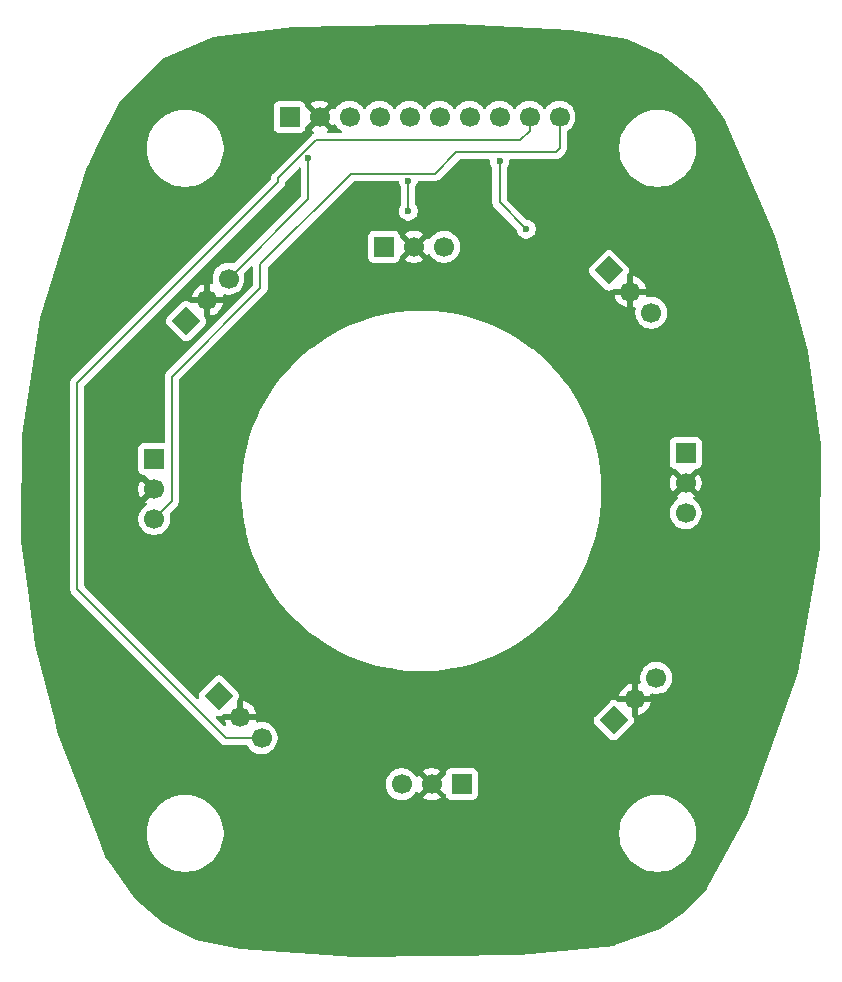
<source format=gbr>
%TF.GenerationSoftware,KiCad,Pcbnew,9.0.6*%
%TF.CreationDate,2026-01-15T18:02:00-06:00*%
%TF.ProjectId,shift,73686966-742e-46b6-9963-61645f706362,rev?*%
%TF.SameCoordinates,Original*%
%TF.FileFunction,Copper,L2,Bot*%
%TF.FilePolarity,Positive*%
%FSLAX46Y46*%
G04 Gerber Fmt 4.6, Leading zero omitted, Abs format (unit mm)*
G04 Created by KiCad (PCBNEW 9.0.6) date 2026-01-15 18:02:00*
%MOMM*%
%LPD*%
G01*
G04 APERTURE LIST*
G04 Aperture macros list*
%AMRotRect*
0 Rectangle, with rotation*
0 The origin of the aperture is its center*
0 $1 length*
0 $2 width*
0 $3 Rotation angle, in degrees counterclockwise*
0 Add horizontal line*
21,1,$1,$2,0,0,$3*%
G04 Aperture macros list end*
%TA.AperFunction,ComponentPad*%
%ADD10R,1.700000X1.700000*%
%TD*%
%TA.AperFunction,ComponentPad*%
%ADD11C,1.700000*%
%TD*%
%TA.AperFunction,ComponentPad*%
%ADD12RotRect,1.700000X1.700000X135.000000*%
%TD*%
%TA.AperFunction,ComponentPad*%
%ADD13RotRect,1.700000X1.700000X45.000000*%
%TD*%
%TA.AperFunction,ViaPad*%
%ADD14C,0.600000*%
%TD*%
%TA.AperFunction,Conductor*%
%ADD15C,0.200000*%
%TD*%
G04 APERTURE END LIST*
D10*
%TO.P,J2,1,VCC*%
%TO.N,Net-(HALL0-vcc)*%
X49460000Y-42000000D03*
D11*
%TO.P,J2,2,GND*%
%TO.N,Net-(HALL0-GND)*%
X52000000Y-42000000D03*
%TO.P,J2,3,A0*%
%TO.N,Net-(HALL0-OUT)*%
X54540000Y-42000000D03*
%TO.P,J2,4,A1*%
%TO.N,Net-(HALL1-OUT)*%
X57080000Y-42000000D03*
%TO.P,J2,5,A2*%
%TO.N,Net-(HALL2-OUT)*%
X59620000Y-42000000D03*
%TO.P,J2,6,A3*%
%TO.N,Net-(HALL3-OUT)*%
X62160000Y-42000000D03*
%TO.P,J2,7,A4*%
%TO.N,Net-(HALL4-OUT)*%
X64700000Y-42000000D03*
%TO.P,J2,8,A5*%
%TO.N,Net-(HALL5-OUT)*%
X67240000Y-42000000D03*
%TO.P,J2,9,A6*%
%TO.N,Net-(HALL6-OUT)*%
X69780000Y-42000000D03*
%TO.P,J2,10,A7*%
%TO.N,Net-(HALL7-OUT)*%
X72320000Y-42000000D03*
%TD*%
D12*
%TO.P,HALL0,1,vcc*%
%TO.N,Net-(HALL0-vcc)*%
X40703949Y-59296051D03*
D11*
%TO.P,HALL0,2,GND*%
%TO.N,Net-(HALL0-GND)*%
X42500000Y-57500000D03*
%TO.P,HALL0,3,OUT*%
%TO.N,Net-(HALL0-OUT)*%
X44296051Y-55703949D03*
%TD*%
D10*
%TO.P,HALL7,1,vcc*%
%TO.N,Net-(HALL0-vcc)*%
X38000000Y-70960000D03*
D11*
%TO.P,HALL7,2,GND*%
%TO.N,Net-(HALL0-GND)*%
X38000000Y-73500000D03*
%TO.P,HALL7,3,OUT*%
%TO.N,Net-(HALL7-OUT)*%
X38000000Y-76040000D03*
%TD*%
D10*
%TO.P,HALL5,1,vcc*%
%TO.N,Net-(HALL0-vcc)*%
X64040000Y-98500000D03*
D11*
%TO.P,HALL5,2,GND*%
%TO.N,Net-(HALL0-GND)*%
X61500000Y-98500000D03*
%TO.P,HALL5,3,OUT*%
%TO.N,Net-(HALL5-OUT)*%
X58960000Y-98500000D03*
%TD*%
D12*
%TO.P,HALL4,1,vcc*%
%TO.N,Net-(HALL0-vcc)*%
X76907898Y-93092102D03*
D11*
%TO.P,HALL4,2,GND*%
%TO.N,Net-(HALL0-GND)*%
X78703949Y-91296051D03*
%TO.P,HALL4,3,OUT*%
%TO.N,Net-(HALL4-OUT)*%
X80500000Y-89500000D03*
%TD*%
D13*
%TO.P,HALL2,1,vcc*%
%TO.N,Net-(HALL0-vcc)*%
X76500000Y-55000000D03*
D11*
%TO.P,HALL2,2,GND*%
%TO.N,Net-(HALL0-GND)*%
X78296051Y-56796051D03*
%TO.P,HALL2,3,OUT*%
%TO.N,Net-(HALL2-OUT)*%
X80092102Y-58592102D03*
%TD*%
D13*
%TO.P,HALL6,1,vcc*%
%TO.N,Net-(HALL0-vcc)*%
X43500000Y-91000000D03*
D11*
%TO.P,HALL6,2,GND*%
%TO.N,Net-(HALL0-GND)*%
X45296051Y-92796051D03*
%TO.P,HALL6,3,OUT*%
%TO.N,Net-(HALL6-OUT)*%
X47092102Y-94592102D03*
%TD*%
D10*
%TO.P,HALL3,1,vcc*%
%TO.N,Net-(HALL0-vcc)*%
X83000000Y-70460000D03*
D11*
%TO.P,HALL3,2,GND*%
%TO.N,Net-(HALL0-GND)*%
X83000000Y-73000000D03*
%TO.P,HALL3,3,OUT*%
%TO.N,Net-(HALL3-OUT)*%
X83000000Y-75540000D03*
%TD*%
D10*
%TO.P,HALL1,1,vcc*%
%TO.N,Net-(HALL0-vcc)*%
X57460000Y-53000000D03*
D11*
%TO.P,HALL1,2,GND*%
%TO.N,Net-(HALL0-GND)*%
X60000000Y-53000000D03*
%TO.P,HALL1,3,OUT*%
%TO.N,Net-(HALL1-OUT)*%
X62540000Y-53000000D03*
%TD*%
D14*
%TO.N,Net-(HALL5-OUT)*%
X67240000Y-45760000D03*
X69500000Y-51500000D03*
%TO.N,Net-(HALL1-OUT)*%
X59500000Y-47399000D03*
X59520000Y-49980000D03*
%TO.N,Net-(HALL0-OUT)*%
X51040000Y-45500000D03*
%TD*%
D15*
%TO.N,Net-(HALL6-OUT)*%
X44092102Y-94592102D02*
X47092102Y-94592102D01*
X31500000Y-82000000D02*
X44092102Y-94592102D01*
X48500000Y-47190057D02*
X48500000Y-47500000D01*
X48500000Y-47500000D02*
X31500000Y-64500000D01*
X69000000Y-44000000D02*
X51690057Y-44000000D01*
X69780000Y-43220000D02*
X69000000Y-44000000D01*
X69780000Y-42000000D02*
X69780000Y-43220000D01*
X51690057Y-44000000D02*
X48500000Y-47190057D01*
X31500000Y-64500000D02*
X31500000Y-82000000D01*
%TO.N,Net-(HALL7-OUT)*%
X72320000Y-44680000D02*
X72320000Y-42000000D01*
X63596000Y-45000000D02*
X72000000Y-45000000D01*
X47000000Y-54500000D02*
X54702000Y-46798000D01*
X61798000Y-46798000D02*
X63596000Y-45000000D01*
X72000000Y-45000000D02*
X72320000Y-44680000D01*
X47000000Y-56500000D02*
X47000000Y-54500000D01*
X54702000Y-46798000D02*
X61798000Y-46798000D01*
X39500000Y-64000000D02*
X47000000Y-56500000D01*
X39500000Y-74540000D02*
X39500000Y-64000000D01*
X38000000Y-76040000D02*
X39500000Y-74540000D01*
%TO.N,Net-(HALL0-OUT)*%
X51040000Y-48960000D02*
X51040000Y-45500000D01*
X44296051Y-55703949D02*
X51040000Y-48960000D01*
%TO.N,Net-(HALL5-OUT)*%
X67240000Y-49240000D02*
X69500000Y-51500000D01*
X67240000Y-45760000D02*
X67240000Y-49240000D01*
%TO.N,Net-(HALL1-OUT)*%
X59500000Y-49960000D02*
X59520000Y-49980000D01*
X59500000Y-47399000D02*
X59500000Y-49960000D01*
%TD*%
%TA.AperFunction,Conductor*%
%TO.N,Net-(HALL0-GND)*%
G36*
X44830126Y-92603058D02*
G01*
X44796051Y-92730225D01*
X44796051Y-92861877D01*
X44830126Y-92989044D01*
X44863039Y-93046051D01*
X43968820Y-93046051D01*
X43979293Y-93112177D01*
X43979293Y-93112180D01*
X44044955Y-93314268D01*
X44085793Y-93394416D01*
X44098689Y-93463085D01*
X44072413Y-93527826D01*
X44015306Y-93568083D01*
X43945501Y-93571075D01*
X43887627Y-93538392D01*
X43246008Y-92896773D01*
X43212523Y-92835450D01*
X43217507Y-92765758D01*
X43259379Y-92709825D01*
X43324843Y-92685408D01*
X43351335Y-92686354D01*
X43357541Y-92687246D01*
X43357543Y-92687247D01*
X43500000Y-92707728D01*
X43642457Y-92687247D01*
X43773373Y-92627459D01*
X43820056Y-92589840D01*
X43827526Y-92582370D01*
X43888849Y-92548885D01*
X43915207Y-92546051D01*
X44863039Y-92546051D01*
X44830126Y-92603058D01*
G37*
%TD.AperFunction*%
%TA.AperFunction,Conductor*%
G36*
X53115270Y-42761717D02*
G01*
X53115270Y-42761716D01*
X53154622Y-42707555D01*
X53159232Y-42698507D01*
X53207205Y-42647709D01*
X53275025Y-42630912D01*
X53341161Y-42653447D01*
X53380204Y-42698504D01*
X53384949Y-42707817D01*
X53509890Y-42879786D01*
X53660213Y-43030109D01*
X53832182Y-43155050D01*
X53851739Y-43165015D01*
X53902536Y-43212989D01*
X53919331Y-43280810D01*
X53896794Y-43346945D01*
X53842079Y-43390397D01*
X53795445Y-43399500D01*
X52743453Y-43399500D01*
X52676414Y-43379815D01*
X52630659Y-43327011D01*
X52620715Y-43257853D01*
X52649740Y-43194297D01*
X52687159Y-43165015D01*
X52707552Y-43154624D01*
X52761716Y-43115270D01*
X52761717Y-43115270D01*
X52129408Y-42482962D01*
X52192993Y-42465925D01*
X52307007Y-42400099D01*
X52400099Y-42307007D01*
X52465925Y-42192993D01*
X52482962Y-42129408D01*
X53115270Y-42761717D01*
G37*
%TD.AperFunction*%
%TA.AperFunction,Conductor*%
G36*
X63523352Y-34170996D02*
G01*
X73301805Y-34678228D01*
X73314932Y-34679614D01*
X77994877Y-35427402D01*
X78023907Y-35435770D01*
X80867577Y-36647444D01*
X80896439Y-36664699D01*
X84268656Y-39363241D01*
X84291880Y-39387702D01*
X85984306Y-41743411D01*
X86339899Y-42238365D01*
X86353116Y-42261748D01*
X87371622Y-44631284D01*
X90582841Y-52102127D01*
X90586313Y-52110203D01*
X90591527Y-52124781D01*
X92308525Y-58073690D01*
X93390015Y-61820743D01*
X93393720Y-61838221D01*
X94492948Y-69824637D01*
X94494100Y-69842756D01*
X94409543Y-78501783D01*
X94407651Y-78522187D01*
X92544689Y-89046046D01*
X92539305Y-89066299D01*
X88212404Y-101128501D01*
X88204626Y-101145862D01*
X84847546Y-107320582D01*
X84827884Y-107347408D01*
X82963501Y-109281611D01*
X82944529Y-109297699D01*
X80837954Y-110747671D01*
X80810414Y-110761920D01*
X77023842Y-112153221D01*
X76993983Y-112160155D01*
X68976572Y-112999217D01*
X68965159Y-112999882D01*
X54910538Y-113169257D01*
X54900337Y-113168960D01*
X45309300Y-112493871D01*
X45291256Y-112491257D01*
X41562995Y-111667542D01*
X41534548Y-111657499D01*
X39704319Y-110747671D01*
X38765227Y-110280837D01*
X38739736Y-110263954D01*
X36376968Y-108238853D01*
X36356624Y-108216585D01*
X33966836Y-104857439D01*
X33952157Y-104830113D01*
X33074954Y-102551885D01*
X33074943Y-102551857D01*
X33058961Y-102510348D01*
X37369525Y-102510348D01*
X37369525Y-102829715D01*
X37400828Y-103147554D01*
X37463134Y-103460786D01*
X37555845Y-103766414D01*
X37678065Y-104061478D01*
X37678067Y-104061483D01*
X37828609Y-104343126D01*
X37828626Y-104343154D01*
X38006037Y-104608670D01*
X38006054Y-104608693D01*
X38208663Y-104855572D01*
X38434484Y-105081393D01*
X38434489Y-105081397D01*
X38434490Y-105081398D01*
X38681369Y-105284007D01*
X38681376Y-105284012D01*
X38681386Y-105284019D01*
X38946902Y-105461430D01*
X38946907Y-105461433D01*
X38946919Y-105461441D01*
X38946928Y-105461445D01*
X38946930Y-105461447D01*
X39228573Y-105611989D01*
X39228575Y-105611989D01*
X39228581Y-105611993D01*
X39523644Y-105734212D01*
X39829265Y-105826921D01*
X40142502Y-105889228D01*
X40460338Y-105920532D01*
X40460341Y-105920532D01*
X40779709Y-105920532D01*
X40779712Y-105920532D01*
X41097548Y-105889228D01*
X41410785Y-105826921D01*
X41716406Y-105734212D01*
X42011469Y-105611993D01*
X42293131Y-105461441D01*
X42558681Y-105284007D01*
X42805560Y-105081398D01*
X43031391Y-104855567D01*
X43234000Y-104608688D01*
X43411434Y-104343138D01*
X43561986Y-104061476D01*
X43684205Y-103766413D01*
X43776914Y-103460792D01*
X43839221Y-103147555D01*
X43870525Y-102829719D01*
X43870525Y-102510348D01*
X77369525Y-102510348D01*
X77369525Y-102829715D01*
X77400828Y-103147554D01*
X77463134Y-103460786D01*
X77555845Y-103766414D01*
X77678065Y-104061478D01*
X77678067Y-104061483D01*
X77828609Y-104343126D01*
X77828626Y-104343154D01*
X78006037Y-104608670D01*
X78006054Y-104608693D01*
X78208663Y-104855572D01*
X78434484Y-105081393D01*
X78434489Y-105081397D01*
X78434490Y-105081398D01*
X78681369Y-105284007D01*
X78681376Y-105284012D01*
X78681386Y-105284019D01*
X78946902Y-105461430D01*
X78946907Y-105461433D01*
X78946919Y-105461441D01*
X78946928Y-105461445D01*
X78946930Y-105461447D01*
X79228573Y-105611989D01*
X79228575Y-105611989D01*
X79228581Y-105611993D01*
X79523644Y-105734212D01*
X79829265Y-105826921D01*
X80142502Y-105889228D01*
X80460338Y-105920532D01*
X80460341Y-105920532D01*
X80779709Y-105920532D01*
X80779712Y-105920532D01*
X81097548Y-105889228D01*
X81410785Y-105826921D01*
X81716406Y-105734212D01*
X82011469Y-105611993D01*
X82293131Y-105461441D01*
X82558681Y-105284007D01*
X82805560Y-105081398D01*
X83031391Y-104855567D01*
X83234000Y-104608688D01*
X83411434Y-104343138D01*
X83561986Y-104061476D01*
X83684205Y-103766413D01*
X83776914Y-103460792D01*
X83839221Y-103147555D01*
X83870525Y-102829719D01*
X83870525Y-102510345D01*
X83839221Y-102192509D01*
X83776914Y-101879272D01*
X83684205Y-101573651D01*
X83561986Y-101278588D01*
X83486562Y-101137481D01*
X83411440Y-100996937D01*
X83411438Y-100996935D01*
X83411434Y-100996926D01*
X83411423Y-100996909D01*
X83234012Y-100731393D01*
X83234005Y-100731383D01*
X83234000Y-100731376D01*
X83031391Y-100484497D01*
X83031390Y-100484496D01*
X83031386Y-100484491D01*
X82805565Y-100258670D01*
X82558686Y-100056061D01*
X82558663Y-100056044D01*
X82293147Y-99878633D01*
X82293119Y-99878616D01*
X82011476Y-99728074D01*
X82011471Y-99728072D01*
X81961919Y-99707547D01*
X81835176Y-99655048D01*
X81716407Y-99605852D01*
X81410779Y-99513141D01*
X81097546Y-99450835D01*
X81097547Y-99450835D01*
X80858166Y-99427259D01*
X80779712Y-99419532D01*
X80460338Y-99419532D01*
X80387847Y-99426671D01*
X80142502Y-99450835D01*
X79829270Y-99513141D01*
X79523642Y-99605852D01*
X79228578Y-99728072D01*
X79228573Y-99728074D01*
X78946930Y-99878616D01*
X78946902Y-99878633D01*
X78681386Y-100056044D01*
X78681363Y-100056061D01*
X78434484Y-100258670D01*
X78208663Y-100484491D01*
X78006054Y-100731370D01*
X78006037Y-100731393D01*
X77828626Y-100996909D01*
X77828609Y-100996937D01*
X77678067Y-101278580D01*
X77678065Y-101278585D01*
X77555845Y-101573649D01*
X77463134Y-101879277D01*
X77400828Y-102192509D01*
X77369525Y-102510348D01*
X43870525Y-102510348D01*
X43870525Y-102510345D01*
X43839221Y-102192509D01*
X43776914Y-101879272D01*
X43684205Y-101573651D01*
X43561986Y-101278588D01*
X43486562Y-101137481D01*
X43411440Y-100996937D01*
X43411438Y-100996935D01*
X43411434Y-100996926D01*
X43411423Y-100996909D01*
X43234012Y-100731393D01*
X43234005Y-100731383D01*
X43234000Y-100731376D01*
X43031391Y-100484497D01*
X43031390Y-100484496D01*
X43031386Y-100484491D01*
X42805565Y-100258670D01*
X42558686Y-100056061D01*
X42558663Y-100056044D01*
X42293147Y-99878633D01*
X42293119Y-99878616D01*
X42011476Y-99728074D01*
X42011471Y-99728072D01*
X41961919Y-99707547D01*
X41835176Y-99655048D01*
X41716407Y-99605852D01*
X41410779Y-99513141D01*
X41097546Y-99450835D01*
X41097547Y-99450835D01*
X40858166Y-99427259D01*
X40779712Y-99419532D01*
X40460338Y-99419532D01*
X40387847Y-99426671D01*
X40142502Y-99450835D01*
X39829270Y-99513141D01*
X39523642Y-99605852D01*
X39228578Y-99728072D01*
X39228573Y-99728074D01*
X38946930Y-99878616D01*
X38946902Y-99878633D01*
X38681386Y-100056044D01*
X38681363Y-100056061D01*
X38434484Y-100258670D01*
X38208663Y-100484491D01*
X38006054Y-100731370D01*
X38006037Y-100731393D01*
X37828626Y-100996909D01*
X37828609Y-100996937D01*
X37678067Y-101278580D01*
X37678065Y-101278585D01*
X37555845Y-101573649D01*
X37463134Y-101879277D01*
X37400828Y-102192509D01*
X37369525Y-102510348D01*
X33058961Y-102510348D01*
X31489184Y-98433397D01*
X31489183Y-98433393D01*
X31473905Y-98393713D01*
X57609500Y-98393713D01*
X57609500Y-98606286D01*
X57642753Y-98816239D01*
X57708444Y-99018414D01*
X57804951Y-99207820D01*
X57929890Y-99379786D01*
X58080213Y-99530109D01*
X58252179Y-99655048D01*
X58252181Y-99655049D01*
X58252184Y-99655051D01*
X58441588Y-99751557D01*
X58643757Y-99817246D01*
X58853713Y-99850500D01*
X58853714Y-99850500D01*
X59066286Y-99850500D01*
X59066287Y-99850500D01*
X59276243Y-99817246D01*
X59478412Y-99751557D01*
X59667816Y-99655051D01*
X59754138Y-99592335D01*
X59839786Y-99530109D01*
X59839788Y-99530106D01*
X59839792Y-99530104D01*
X59990104Y-99379792D01*
X59990106Y-99379788D01*
X59990109Y-99379786D01*
X60057515Y-99287007D01*
X60115051Y-99207816D01*
X60119793Y-99198508D01*
X60167763Y-99147711D01*
X60235583Y-99130911D01*
X60301719Y-99153445D01*
X60340763Y-99198500D01*
X60345373Y-99207547D01*
X60384728Y-99261716D01*
X61017037Y-98629408D01*
X61034075Y-98692993D01*
X61099901Y-98807007D01*
X61192993Y-98900099D01*
X61307007Y-98965925D01*
X61370590Y-98982962D01*
X60738282Y-99615269D01*
X60738282Y-99615270D01*
X60792449Y-99654624D01*
X60981782Y-99751095D01*
X61183870Y-99816757D01*
X61393754Y-99850000D01*
X61606246Y-99850000D01*
X61816127Y-99816757D01*
X61816130Y-99816757D01*
X62018217Y-99751095D01*
X62207554Y-99654622D01*
X62261716Y-99615270D01*
X62261717Y-99615270D01*
X61629408Y-98982962D01*
X61692993Y-98965925D01*
X61807007Y-98900099D01*
X61900099Y-98807007D01*
X61965925Y-98692993D01*
X61982962Y-98629409D01*
X62653181Y-99299628D01*
X62686666Y-99360951D01*
X62689500Y-99387300D01*
X62689500Y-99397865D01*
X62689501Y-99397876D01*
X62695908Y-99457483D01*
X62746202Y-99592328D01*
X62746206Y-99592335D01*
X62832452Y-99707544D01*
X62832455Y-99707547D01*
X62947664Y-99793793D01*
X62947671Y-99793797D01*
X63082517Y-99844091D01*
X63082516Y-99844091D01*
X63089444Y-99844835D01*
X63142127Y-99850500D01*
X64937872Y-99850499D01*
X64997483Y-99844091D01*
X65132331Y-99793796D01*
X65247546Y-99707546D01*
X65333796Y-99592331D01*
X65384091Y-99457483D01*
X65390500Y-99397873D01*
X65390499Y-97602128D01*
X65384091Y-97542517D01*
X65333796Y-97407669D01*
X65333795Y-97407668D01*
X65333793Y-97407664D01*
X65247547Y-97292455D01*
X65247544Y-97292452D01*
X65132335Y-97206206D01*
X65132328Y-97206202D01*
X64997482Y-97155908D01*
X64997483Y-97155908D01*
X64937883Y-97149501D01*
X64937881Y-97149500D01*
X64937873Y-97149500D01*
X64937864Y-97149500D01*
X63142129Y-97149500D01*
X63142123Y-97149501D01*
X63082516Y-97155908D01*
X62947671Y-97206202D01*
X62947664Y-97206206D01*
X62832455Y-97292452D01*
X62832452Y-97292455D01*
X62746206Y-97407664D01*
X62746202Y-97407671D01*
X62695908Y-97542517D01*
X62689501Y-97602116D01*
X62689501Y-97602123D01*
X62689500Y-97602135D01*
X62689500Y-97612690D01*
X62669815Y-97679729D01*
X62653181Y-97700371D01*
X61982962Y-98370590D01*
X61965925Y-98307007D01*
X61900099Y-98192993D01*
X61807007Y-98099901D01*
X61692993Y-98034075D01*
X61629409Y-98017037D01*
X62261716Y-97384728D01*
X62207550Y-97345375D01*
X62018217Y-97248904D01*
X61816129Y-97183242D01*
X61606246Y-97150000D01*
X61393754Y-97150000D01*
X61183872Y-97183242D01*
X61183869Y-97183242D01*
X60981782Y-97248904D01*
X60792439Y-97345380D01*
X60738282Y-97384727D01*
X60738282Y-97384728D01*
X61370591Y-98017037D01*
X61307007Y-98034075D01*
X61192993Y-98099901D01*
X61099901Y-98192993D01*
X61034075Y-98307007D01*
X61017037Y-98370591D01*
X60384728Y-97738282D01*
X60384727Y-97738282D01*
X60345380Y-97792440D01*
X60345376Y-97792446D01*
X60340760Y-97801505D01*
X60292781Y-97852297D01*
X60224959Y-97869087D01*
X60158826Y-97846543D01*
X60119794Y-97801493D01*
X60115051Y-97792184D01*
X60115049Y-97792181D01*
X60115048Y-97792179D01*
X59990109Y-97620213D01*
X59839786Y-97469890D01*
X59667820Y-97344951D01*
X59478414Y-97248444D01*
X59478413Y-97248443D01*
X59478412Y-97248443D01*
X59276243Y-97182754D01*
X59276241Y-97182753D01*
X59276240Y-97182753D01*
X59114957Y-97157208D01*
X59066287Y-97149500D01*
X58853713Y-97149500D01*
X58805042Y-97157208D01*
X58643760Y-97182753D01*
X58441585Y-97248444D01*
X58252179Y-97344951D01*
X58080213Y-97469890D01*
X57929890Y-97620213D01*
X57804951Y-97792179D01*
X57708444Y-97981585D01*
X57642753Y-98183760D01*
X57609500Y-98393713D01*
X31473905Y-98393713D01*
X29803765Y-94056104D01*
X29799309Y-94042113D01*
X29580365Y-93181291D01*
X27936036Y-86716287D01*
X27933336Y-86702381D01*
X27307348Y-82079054D01*
X30899498Y-82079054D01*
X30940423Y-82231785D01*
X30969358Y-82281900D01*
X30969359Y-82281904D01*
X30969360Y-82281904D01*
X31019479Y-82368714D01*
X31019481Y-82368717D01*
X31138349Y-82487585D01*
X31138355Y-82487590D01*
X43607241Y-94956476D01*
X43607251Y-94956487D01*
X43611581Y-94960817D01*
X43611582Y-94960818D01*
X43723386Y-95072622D01*
X43723388Y-95072623D01*
X43723392Y-95072626D01*
X43860311Y-95151675D01*
X43860318Y-95151679D01*
X43972121Y-95181636D01*
X44013044Y-95192602D01*
X44013045Y-95192602D01*
X45806383Y-95192602D01*
X45873422Y-95212287D01*
X45916867Y-95260307D01*
X45937049Y-95299916D01*
X45937050Y-95299917D01*
X46061992Y-95471888D01*
X46212315Y-95622211D01*
X46384281Y-95747150D01*
X46384283Y-95747151D01*
X46384286Y-95747153D01*
X46573690Y-95843659D01*
X46775859Y-95909348D01*
X46985815Y-95942602D01*
X46985816Y-95942602D01*
X47198388Y-95942602D01*
X47198389Y-95942602D01*
X47408345Y-95909348D01*
X47610514Y-95843659D01*
X47799918Y-95747153D01*
X47821891Y-95731188D01*
X47971888Y-95622211D01*
X47971890Y-95622208D01*
X47971894Y-95622206D01*
X48122206Y-95471894D01*
X48122208Y-95471890D01*
X48122211Y-95471888D01*
X48247150Y-95299922D01*
X48247149Y-95299922D01*
X48247153Y-95299918D01*
X48343659Y-95110514D01*
X48409348Y-94908345D01*
X48442602Y-94698389D01*
X48442602Y-94485815D01*
X48409348Y-94275859D01*
X48343659Y-94073690D01*
X48247153Y-93884286D01*
X48247151Y-93884283D01*
X48247150Y-93884281D01*
X48122211Y-93712315D01*
X47971888Y-93561992D01*
X47799922Y-93437053D01*
X47610516Y-93340546D01*
X47610515Y-93340545D01*
X47610514Y-93340545D01*
X47408345Y-93274856D01*
X47408343Y-93274855D01*
X47408342Y-93274855D01*
X47213491Y-93243994D01*
X47198389Y-93241602D01*
X46985815Y-93241602D01*
X46970713Y-93243994D01*
X46775862Y-93274855D01*
X46765911Y-93278088D01*
X46760643Y-93278238D01*
X46756062Y-93280844D01*
X46726078Y-93279222D01*
X46696070Y-93280078D01*
X46691557Y-93277356D01*
X46686294Y-93277072D01*
X46661944Y-93259496D01*
X46636240Y-93243994D01*
X46633915Y-93239265D01*
X46629641Y-93236180D01*
X46618658Y-93208228D01*
X46605416Y-93181291D01*
X46605499Y-93174739D01*
X46604089Y-93171150D01*
X46605730Y-93156649D01*
X46605995Y-93135907D01*
X46614729Y-93092102D01*
X75200170Y-93092102D01*
X75220650Y-93234557D01*
X75220651Y-93234561D01*
X75280437Y-93365472D01*
X75280438Y-93365473D01*
X75280439Y-93365475D01*
X75318058Y-93412158D01*
X75318061Y-93412161D01*
X75318066Y-93412167D01*
X76391717Y-94485815D01*
X76587842Y-94681940D01*
X76587846Y-94681943D01*
X76587848Y-94681945D01*
X76634524Y-94719561D01*
X76765438Y-94779348D01*
X76765439Y-94779348D01*
X76765441Y-94779349D01*
X76907898Y-94799830D01*
X77050355Y-94779349D01*
X77181271Y-94719561D01*
X77227954Y-94681942D01*
X78497736Y-93412158D01*
X78535357Y-93365475D01*
X78595145Y-93234559D01*
X78615626Y-93092102D01*
X78595145Y-92949645D01*
X78535357Y-92818729D01*
X78535356Y-92818727D01*
X78497746Y-92772056D01*
X78497735Y-92772043D01*
X78490268Y-92764576D01*
X78456783Y-92703253D01*
X78453949Y-92676895D01*
X78453949Y-91729063D01*
X78510956Y-91761976D01*
X78638123Y-91796051D01*
X78769775Y-91796051D01*
X78896942Y-91761976D01*
X78953949Y-91729063D01*
X78953949Y-92623281D01*
X79020075Y-92612808D01*
X79020078Y-92612808D01*
X79222166Y-92547146D01*
X79411506Y-92450671D01*
X79583408Y-92325778D01*
X79583413Y-92325774D01*
X79733672Y-92175515D01*
X79733676Y-92175510D01*
X79858569Y-92003608D01*
X79955044Y-91814268D01*
X80020706Y-91612180D01*
X80020706Y-91612177D01*
X80031180Y-91546051D01*
X79136961Y-91546051D01*
X79169874Y-91489044D01*
X79203949Y-91361877D01*
X79203949Y-91230225D01*
X79169874Y-91103058D01*
X79136961Y-91046051D01*
X80031180Y-91046051D01*
X80020707Y-90979927D01*
X80017569Y-90970270D01*
X80015572Y-90900428D01*
X80051650Y-90840594D01*
X80114350Y-90809764D01*
X80173815Y-90814015D01*
X80183757Y-90817246D01*
X80393713Y-90850500D01*
X80393714Y-90850500D01*
X80606286Y-90850500D01*
X80606287Y-90850500D01*
X80816243Y-90817246D01*
X81018412Y-90751557D01*
X81207816Y-90655051D01*
X81299426Y-90588493D01*
X81379786Y-90530109D01*
X81379788Y-90530106D01*
X81379792Y-90530104D01*
X81530104Y-90379792D01*
X81530106Y-90379788D01*
X81530109Y-90379786D01*
X81655048Y-90207820D01*
X81655047Y-90207820D01*
X81655051Y-90207816D01*
X81751557Y-90018412D01*
X81817246Y-89816243D01*
X81850500Y-89606287D01*
X81850500Y-89393713D01*
X81817246Y-89183757D01*
X81751557Y-88981588D01*
X81655051Y-88792184D01*
X81655049Y-88792181D01*
X81655048Y-88792179D01*
X81530109Y-88620213D01*
X81379786Y-88469890D01*
X81207820Y-88344951D01*
X81018414Y-88248444D01*
X81018413Y-88248443D01*
X81018412Y-88248443D01*
X80816243Y-88182754D01*
X80816241Y-88182753D01*
X80816240Y-88182753D01*
X80642079Y-88155169D01*
X80606287Y-88149500D01*
X80393713Y-88149500D01*
X80357921Y-88155169D01*
X80183760Y-88182753D01*
X79981585Y-88248444D01*
X79792179Y-88344951D01*
X79620213Y-88469890D01*
X79469890Y-88620213D01*
X79344951Y-88792179D01*
X79248444Y-88981585D01*
X79182753Y-89183760D01*
X79149500Y-89393713D01*
X79149500Y-89606286D01*
X79182753Y-89816240D01*
X79185984Y-89826183D01*
X79186451Y-89842534D01*
X79191881Y-89857968D01*
X79187428Y-89876740D01*
X79187979Y-89896024D01*
X79179530Y-89910033D01*
X79175755Y-89925952D01*
X79161860Y-89939336D01*
X79151898Y-89955857D01*
X79137217Y-89963074D01*
X79125435Y-89974425D01*
X79092142Y-89986139D01*
X78953949Y-90013506D01*
X78953949Y-90863039D01*
X78896942Y-90830126D01*
X78769775Y-90796051D01*
X78638123Y-90796051D01*
X78510956Y-90830126D01*
X78453949Y-90863039D01*
X78453949Y-89968819D01*
X78453948Y-89968819D01*
X78387824Y-89979292D01*
X78185733Y-90044954D01*
X77996391Y-90141430D01*
X77824489Y-90266323D01*
X77824484Y-90266327D01*
X77674225Y-90416586D01*
X77674221Y-90416591D01*
X77549328Y-90588493D01*
X77452853Y-90777833D01*
X77387191Y-90979921D01*
X77387191Y-90979924D01*
X77376718Y-91046051D01*
X78270937Y-91046051D01*
X78238024Y-91103058D01*
X78203949Y-91230225D01*
X78203949Y-91361877D01*
X78238024Y-91489044D01*
X78270937Y-91546051D01*
X77323103Y-91546051D01*
X77256064Y-91526366D01*
X77235422Y-91509732D01*
X77227957Y-91502267D01*
X77227951Y-91502262D01*
X77211550Y-91489044D01*
X77181271Y-91464642D01*
X77050357Y-91404855D01*
X77050353Y-91404854D01*
X76907898Y-91384374D01*
X76765442Y-91404854D01*
X76765438Y-91404855D01*
X76634527Y-91464641D01*
X76587832Y-91502270D01*
X75318063Y-92772042D01*
X75318054Y-92772052D01*
X75280438Y-92818728D01*
X75220651Y-92949642D01*
X75220650Y-92949646D01*
X75200170Y-93092102D01*
X46614729Y-93092102D01*
X46620849Y-93061404D01*
X46623282Y-93046051D01*
X45729063Y-93046051D01*
X45761976Y-92989044D01*
X45796051Y-92861877D01*
X45796051Y-92730225D01*
X45761976Y-92603058D01*
X45729063Y-92546051D01*
X46623282Y-92546051D01*
X46612808Y-92479924D01*
X46612808Y-92479921D01*
X46547146Y-92277833D01*
X46450671Y-92088493D01*
X46325778Y-91916591D01*
X46325774Y-91916586D01*
X46175515Y-91766327D01*
X46175510Y-91766323D01*
X46003608Y-91641430D01*
X45814266Y-91544954D01*
X45612175Y-91479292D01*
X45546051Y-91468819D01*
X45546051Y-92363039D01*
X45489044Y-92330126D01*
X45361877Y-92296051D01*
X45230225Y-92296051D01*
X45103058Y-92330126D01*
X45046051Y-92363039D01*
X45046051Y-91415205D01*
X45051327Y-91397233D01*
X45050864Y-91394007D01*
X45054757Y-91385481D01*
X45061219Y-91355778D01*
X45064973Y-91350762D01*
X45065736Y-91348166D01*
X45079728Y-91330801D01*
X45079889Y-91330451D01*
X45080797Y-91329475D01*
X45082370Y-91327524D01*
X45085921Y-91323973D01*
X45089838Y-91320056D01*
X45127459Y-91273373D01*
X45187247Y-91142457D01*
X45201108Y-91046051D01*
X45207728Y-91000001D01*
X45207728Y-91000000D01*
X45203454Y-90970270D01*
X45187247Y-90857543D01*
X45138843Y-90751555D01*
X45127460Y-90726629D01*
X45127459Y-90726628D01*
X45127459Y-90726627D01*
X45089840Y-90679944D01*
X45089835Y-90679939D01*
X45089831Y-90679934D01*
X43820059Y-89410165D01*
X43820053Y-89410160D01*
X43820049Y-89410156D01*
X43773373Y-89372540D01*
X43642459Y-89312753D01*
X43642455Y-89312752D01*
X43500000Y-89292272D01*
X43357544Y-89312752D01*
X43357540Y-89312753D01*
X43226629Y-89372539D01*
X43179934Y-89410168D01*
X41910165Y-90679940D01*
X41910156Y-90679950D01*
X41872540Y-90726626D01*
X41812753Y-90857540D01*
X41812752Y-90857544D01*
X41792272Y-91000000D01*
X41813645Y-91148664D01*
X41803701Y-91217823D01*
X41757945Y-91270626D01*
X41690906Y-91290310D01*
X41623866Y-91270625D01*
X41603226Y-91253991D01*
X32136819Y-81787584D01*
X32103334Y-81726261D01*
X32100500Y-81699903D01*
X32100500Y-64800097D01*
X32120185Y-64733058D01*
X32136819Y-64712416D01*
X40519109Y-56330126D01*
X48980520Y-47868716D01*
X49059577Y-47731784D01*
X49100501Y-47579057D01*
X49100501Y-47490153D01*
X49120186Y-47423114D01*
X49136820Y-47402472D01*
X50227819Y-46311473D01*
X50289142Y-46277988D01*
X50358834Y-46282972D01*
X50414767Y-46324844D01*
X50439184Y-46390308D01*
X50439500Y-46399154D01*
X50439500Y-48659902D01*
X50419815Y-48726941D01*
X50403181Y-48747583D01*
X44780573Y-54370190D01*
X44719250Y-54403675D01*
X44654574Y-54400440D01*
X44612296Y-54386703D01*
X44472323Y-54364533D01*
X44402338Y-54353449D01*
X44189764Y-54353449D01*
X44141093Y-54361157D01*
X43979811Y-54386702D01*
X43777636Y-54452393D01*
X43588230Y-54548900D01*
X43416264Y-54673839D01*
X43265941Y-54824162D01*
X43141002Y-54996128D01*
X43044495Y-55185534D01*
X42978804Y-55387709D01*
X42945551Y-55597662D01*
X42945551Y-55810235D01*
X42978804Y-56020189D01*
X42982035Y-56030132D01*
X42984030Y-56099973D01*
X42947949Y-56159806D01*
X42885248Y-56190634D01*
X42825786Y-56186381D01*
X42816122Y-56183241D01*
X42750000Y-56172768D01*
X42750000Y-57066988D01*
X42692993Y-57034075D01*
X42565826Y-57000000D01*
X42434174Y-57000000D01*
X42307007Y-57034075D01*
X42250000Y-57066988D01*
X42250000Y-56172768D01*
X42249999Y-56172768D01*
X42183875Y-56183241D01*
X41981784Y-56248903D01*
X41792442Y-56345379D01*
X41620540Y-56470272D01*
X41620535Y-56470276D01*
X41470276Y-56620535D01*
X41470272Y-56620540D01*
X41345379Y-56792442D01*
X41248904Y-56981782D01*
X41183242Y-57183870D01*
X41183242Y-57183873D01*
X41172769Y-57250000D01*
X42066988Y-57250000D01*
X42034075Y-57307007D01*
X42000000Y-57434174D01*
X42000000Y-57565826D01*
X42034075Y-57692993D01*
X42066988Y-57750000D01*
X41119154Y-57750000D01*
X41052115Y-57730315D01*
X41031473Y-57713681D01*
X41024008Y-57706216D01*
X41024002Y-57706211D01*
X41007601Y-57692993D01*
X40977322Y-57668591D01*
X40846408Y-57608804D01*
X40846404Y-57608803D01*
X40703949Y-57588323D01*
X40561493Y-57608803D01*
X40561489Y-57608804D01*
X40430578Y-57668590D01*
X40383883Y-57706219D01*
X39114114Y-58975991D01*
X39114105Y-58976001D01*
X39076489Y-59022677D01*
X39016702Y-59153591D01*
X39016701Y-59153595D01*
X38996221Y-59296051D01*
X39016701Y-59438506D01*
X39016702Y-59438510D01*
X39076488Y-59569421D01*
X39076489Y-59569422D01*
X39076490Y-59569424D01*
X39114109Y-59616107D01*
X39114112Y-59616110D01*
X39114117Y-59616116D01*
X39894770Y-60396767D01*
X40383893Y-60885889D01*
X40383897Y-60885892D01*
X40383899Y-60885894D01*
X40430575Y-60923510D01*
X40561489Y-60983297D01*
X40561490Y-60983297D01*
X40561492Y-60983298D01*
X40703949Y-61003779D01*
X40846406Y-60983298D01*
X40977322Y-60923510D01*
X41024005Y-60885891D01*
X42293787Y-59616107D01*
X42331408Y-59569424D01*
X42391196Y-59438508D01*
X42411677Y-59296051D01*
X42391196Y-59153594D01*
X42331408Y-59022678D01*
X42331407Y-59022676D01*
X42293797Y-58976005D01*
X42293786Y-58975992D01*
X42286319Y-58968525D01*
X42252834Y-58907202D01*
X42250000Y-58880844D01*
X42250000Y-57933012D01*
X42307007Y-57965925D01*
X42434174Y-58000000D01*
X42565826Y-58000000D01*
X42692993Y-57965925D01*
X42750000Y-57933012D01*
X42750000Y-58827230D01*
X42816126Y-58816757D01*
X42816129Y-58816757D01*
X43018217Y-58751095D01*
X43207557Y-58654620D01*
X43379459Y-58529727D01*
X43379464Y-58529723D01*
X43529723Y-58379464D01*
X43529727Y-58379459D01*
X43654620Y-58207557D01*
X43751095Y-58018217D01*
X43816757Y-57816129D01*
X43816757Y-57816126D01*
X43827231Y-57750000D01*
X42933012Y-57750000D01*
X42965925Y-57692993D01*
X43000000Y-57565826D01*
X43000000Y-57434174D01*
X42965925Y-57307007D01*
X42933012Y-57250000D01*
X43827231Y-57250000D01*
X43816758Y-57183876D01*
X43813620Y-57174219D01*
X43811623Y-57104377D01*
X43847701Y-57044543D01*
X43910401Y-57013713D01*
X43969866Y-57017964D01*
X43979808Y-57021195D01*
X44189764Y-57054449D01*
X44189765Y-57054449D01*
X44402337Y-57054449D01*
X44402338Y-57054449D01*
X44612294Y-57021195D01*
X44814463Y-56955506D01*
X45003867Y-56859000D01*
X45095477Y-56792442D01*
X45175837Y-56734058D01*
X45175839Y-56734055D01*
X45175843Y-56734053D01*
X45326155Y-56583741D01*
X45326157Y-56583737D01*
X45326160Y-56583735D01*
X45451099Y-56411769D01*
X45451098Y-56411769D01*
X45451102Y-56411765D01*
X45547608Y-56222361D01*
X45613297Y-56020192D01*
X45646551Y-55810236D01*
X45646551Y-55597662D01*
X45613297Y-55387706D01*
X45599557Y-55345422D01*
X45597563Y-55275584D01*
X45629806Y-55219427D01*
X46187820Y-54661414D01*
X46249142Y-54627930D01*
X46318834Y-54632914D01*
X46374767Y-54674786D01*
X46399184Y-54740250D01*
X46399500Y-54749096D01*
X46399500Y-56199902D01*
X46379815Y-56266941D01*
X46363181Y-56287583D01*
X39019481Y-63631282D01*
X39019480Y-63631284D01*
X38976448Y-63705818D01*
X38940423Y-63768215D01*
X38899499Y-63920943D01*
X38899499Y-63920945D01*
X38899499Y-64089046D01*
X38899500Y-64089059D01*
X38899500Y-69485500D01*
X38879815Y-69552539D01*
X38827011Y-69598294D01*
X38775500Y-69609500D01*
X37102129Y-69609500D01*
X37102123Y-69609501D01*
X37042516Y-69615908D01*
X36907671Y-69666202D01*
X36907664Y-69666206D01*
X36792455Y-69752452D01*
X36792452Y-69752455D01*
X36706206Y-69867664D01*
X36706202Y-69867671D01*
X36655908Y-70002517D01*
X36649501Y-70062116D01*
X36649500Y-70062135D01*
X36649500Y-71857870D01*
X36649501Y-71857876D01*
X36655908Y-71917483D01*
X36706202Y-72052328D01*
X36706206Y-72052335D01*
X36792452Y-72167544D01*
X36792455Y-72167547D01*
X36907664Y-72253793D01*
X36907671Y-72253797D01*
X36952618Y-72270561D01*
X37042517Y-72304091D01*
X37102127Y-72310500D01*
X37112685Y-72310499D01*
X37179723Y-72330179D01*
X37200372Y-72346818D01*
X37870591Y-73017037D01*
X37807007Y-73034075D01*
X37692993Y-73099901D01*
X37599901Y-73192993D01*
X37534075Y-73307007D01*
X37517037Y-73370591D01*
X36884728Y-72738282D01*
X36884727Y-72738282D01*
X36845380Y-72792439D01*
X36748904Y-72981782D01*
X36683242Y-73183869D01*
X36683242Y-73183872D01*
X36650000Y-73393753D01*
X36650000Y-73606246D01*
X36683242Y-73816127D01*
X36683242Y-73816130D01*
X36748904Y-74018217D01*
X36845375Y-74207550D01*
X36884728Y-74261716D01*
X37517037Y-73629408D01*
X37534075Y-73692993D01*
X37599901Y-73807007D01*
X37692993Y-73900099D01*
X37807007Y-73965925D01*
X37870589Y-73982962D01*
X37238282Y-74615269D01*
X37238282Y-74615270D01*
X37292452Y-74654626D01*
X37292451Y-74654626D01*
X37301495Y-74659234D01*
X37352292Y-74707208D01*
X37369087Y-74775029D01*
X37346550Y-74841164D01*
X37301499Y-74880202D01*
X37292182Y-74884949D01*
X37120213Y-75009890D01*
X36969890Y-75160213D01*
X36844951Y-75332179D01*
X36748444Y-75521585D01*
X36748443Y-75521587D01*
X36748443Y-75521588D01*
X36737432Y-75555476D01*
X36682753Y-75723760D01*
X36682753Y-75723762D01*
X36649500Y-75933713D01*
X36649500Y-76146287D01*
X36682754Y-76356243D01*
X36703402Y-76419792D01*
X36748444Y-76558414D01*
X36844951Y-76747820D01*
X36969890Y-76919786D01*
X37120213Y-77070109D01*
X37292179Y-77195048D01*
X37292181Y-77195049D01*
X37292184Y-77195051D01*
X37481588Y-77291557D01*
X37683757Y-77357246D01*
X37893713Y-77390500D01*
X37893714Y-77390500D01*
X38106286Y-77390500D01*
X38106287Y-77390500D01*
X38316243Y-77357246D01*
X38518412Y-77291557D01*
X38707816Y-77195051D01*
X38729789Y-77179086D01*
X38879786Y-77070109D01*
X38879788Y-77070106D01*
X38879792Y-77070104D01*
X39030104Y-76919792D01*
X39030106Y-76919788D01*
X39030109Y-76919786D01*
X39155048Y-76747820D01*
X39155047Y-76747820D01*
X39155051Y-76747816D01*
X39251557Y-76558412D01*
X39317246Y-76356243D01*
X39350500Y-76146287D01*
X39350500Y-75933713D01*
X39317246Y-75723757D01*
X39303506Y-75681473D01*
X39301512Y-75611635D01*
X39333755Y-75555478D01*
X39858506Y-75030728D01*
X39858511Y-75030724D01*
X39868714Y-75020520D01*
X39868716Y-75020520D01*
X39980520Y-74908716D01*
X40059577Y-74771784D01*
X40100500Y-74619057D01*
X40100500Y-73295653D01*
X45369525Y-73295653D01*
X45369525Y-74044411D01*
X45386021Y-74380202D01*
X45406264Y-74792270D01*
X45479653Y-75537405D01*
X45589520Y-76278071D01*
X45735596Y-77012443D01*
X45781337Y-77195051D01*
X45917530Y-77738760D01*
X45976135Y-77931956D01*
X46134887Y-78455294D01*
X46387123Y-79160245D01*
X46673656Y-79851999D01*
X46673662Y-79852014D01*
X46673666Y-79852024D01*
X46673668Y-79852027D01*
X46993803Y-80528896D01*
X46993808Y-80528905D01*
X46993814Y-80528918D01*
X47346760Y-81189232D01*
X47346778Y-81189264D01*
X47731699Y-81831464D01*
X47731704Y-81831472D01*
X48147691Y-82454041D01*
X48593725Y-83055448D01*
X48593729Y-83055453D01*
X48593736Y-83055461D01*
X49068735Y-83634251D01*
X49571561Y-84189033D01*
X50101023Y-84718495D01*
X50655805Y-85221321D01*
X51028628Y-85527288D01*
X51234609Y-85696332D01*
X51836016Y-86142366D01*
X52458585Y-86558353D01*
X52458592Y-86558357D01*
X53100792Y-86943278D01*
X53100802Y-86943283D01*
X53100816Y-86943292D01*
X53139846Y-86964154D01*
X53761138Y-87296242D01*
X53761142Y-87296244D01*
X53761161Y-87296254D01*
X54438030Y-87616389D01*
X55129792Y-87902926D01*
X55129807Y-87902931D01*
X55129811Y-87902933D01*
X55834762Y-88155169D01*
X55834770Y-88155171D01*
X55834780Y-88155175D01*
X56551297Y-88372527D01*
X57277615Y-88554461D01*
X58011985Y-88700536D01*
X58752639Y-88810402D01*
X59497791Y-88883793D01*
X60245646Y-88920532D01*
X60245660Y-88920532D01*
X60994390Y-88920532D01*
X60994404Y-88920532D01*
X61742259Y-88883793D01*
X62487411Y-88810402D01*
X63228065Y-88700536D01*
X63962435Y-88554461D01*
X64688753Y-88372527D01*
X65405270Y-88155175D01*
X66110258Y-87902926D01*
X66802020Y-87616389D01*
X67478889Y-87296254D01*
X68139234Y-86943292D01*
X68781465Y-86558353D01*
X69404034Y-86142366D01*
X70005441Y-85696332D01*
X70584239Y-85221325D01*
X70584244Y-85221321D01*
X71139026Y-84718495D01*
X71139032Y-84718490D01*
X71668483Y-84189039D01*
X71895622Y-83938428D01*
X72171314Y-83634251D01*
X72205547Y-83592536D01*
X72646325Y-83055448D01*
X73092359Y-82454041D01*
X73508346Y-81831472D01*
X73893285Y-81189241D01*
X74246247Y-80528896D01*
X74566382Y-79852027D01*
X74852919Y-79160265D01*
X75105168Y-78455277D01*
X75322520Y-77738760D01*
X75504454Y-77012442D01*
X75650529Y-76278072D01*
X75760395Y-75537418D01*
X75833786Y-74792266D01*
X75870525Y-74044411D01*
X75870525Y-73295653D01*
X75833786Y-72547798D01*
X75760395Y-71802646D01*
X75650529Y-71061992D01*
X75504454Y-70327622D01*
X75322520Y-69601304D01*
X75310638Y-69562135D01*
X81649500Y-69562135D01*
X81649500Y-71357870D01*
X81649501Y-71357876D01*
X81655908Y-71417483D01*
X81706202Y-71552328D01*
X81706206Y-71552335D01*
X81792452Y-71667544D01*
X81792455Y-71667547D01*
X81907664Y-71753793D01*
X81907671Y-71753797D01*
X81952618Y-71770561D01*
X82042517Y-71804091D01*
X82102127Y-71810500D01*
X82112685Y-71810499D01*
X82179723Y-71830179D01*
X82200372Y-71846818D01*
X82870591Y-72517037D01*
X82807007Y-72534075D01*
X82692993Y-72599901D01*
X82599901Y-72692993D01*
X82534075Y-72807007D01*
X82517037Y-72870591D01*
X81884728Y-72238282D01*
X81884727Y-72238282D01*
X81845380Y-72292439D01*
X81748904Y-72481782D01*
X81683242Y-72683869D01*
X81683242Y-72683872D01*
X81650000Y-72893753D01*
X81650000Y-73106246D01*
X81683242Y-73316127D01*
X81683242Y-73316130D01*
X81748904Y-73518217D01*
X81845375Y-73707550D01*
X81884728Y-73761716D01*
X82517037Y-73129408D01*
X82534075Y-73192993D01*
X82599901Y-73307007D01*
X82692993Y-73400099D01*
X82807007Y-73465925D01*
X82870590Y-73482962D01*
X82238282Y-74115269D01*
X82238282Y-74115270D01*
X82292452Y-74154626D01*
X82292451Y-74154626D01*
X82301495Y-74159234D01*
X82352292Y-74207208D01*
X82369087Y-74275029D01*
X82346550Y-74341164D01*
X82301499Y-74380202D01*
X82292182Y-74384949D01*
X82120213Y-74509890D01*
X81969890Y-74660213D01*
X81844951Y-74832179D01*
X81748444Y-75021585D01*
X81682753Y-75223760D01*
X81652197Y-75416687D01*
X81649500Y-75433713D01*
X81649500Y-75646287D01*
X81659534Y-75709644D01*
X81682753Y-75856239D01*
X81748444Y-76058414D01*
X81844951Y-76247820D01*
X81969890Y-76419786D01*
X82120213Y-76570109D01*
X82292179Y-76695048D01*
X82292181Y-76695049D01*
X82292184Y-76695051D01*
X82481588Y-76791557D01*
X82683757Y-76857246D01*
X82893713Y-76890500D01*
X82893714Y-76890500D01*
X83106286Y-76890500D01*
X83106287Y-76890500D01*
X83316243Y-76857246D01*
X83518412Y-76791557D01*
X83707816Y-76695051D01*
X83729789Y-76679086D01*
X83879786Y-76570109D01*
X83879788Y-76570106D01*
X83879792Y-76570104D01*
X84030104Y-76419792D01*
X84030106Y-76419788D01*
X84030109Y-76419786D01*
X84155048Y-76247820D01*
X84155047Y-76247820D01*
X84155051Y-76247816D01*
X84251557Y-76058412D01*
X84317246Y-75856243D01*
X84350500Y-75646287D01*
X84350500Y-75433713D01*
X84317246Y-75223757D01*
X84251557Y-75021588D01*
X84155051Y-74832184D01*
X84155049Y-74832181D01*
X84155048Y-74832179D01*
X84030109Y-74660213D01*
X83879786Y-74509890D01*
X83707817Y-74384949D01*
X83698504Y-74380204D01*
X83647707Y-74332230D01*
X83630912Y-74264409D01*
X83653449Y-74198274D01*
X83698507Y-74159232D01*
X83707555Y-74154622D01*
X83761716Y-74115270D01*
X83761717Y-74115270D01*
X83129408Y-73482962D01*
X83192993Y-73465925D01*
X83307007Y-73400099D01*
X83400099Y-73307007D01*
X83465925Y-73192993D01*
X83482962Y-73129408D01*
X84115270Y-73761717D01*
X84115270Y-73761716D01*
X84154622Y-73707554D01*
X84251095Y-73518217D01*
X84316757Y-73316130D01*
X84316757Y-73316127D01*
X84350000Y-73106246D01*
X84350000Y-72893753D01*
X84316757Y-72683872D01*
X84316757Y-72683869D01*
X84251095Y-72481782D01*
X84154624Y-72292449D01*
X84115270Y-72238282D01*
X84115269Y-72238282D01*
X83482962Y-72870590D01*
X83465925Y-72807007D01*
X83400099Y-72692993D01*
X83307007Y-72599901D01*
X83192993Y-72534075D01*
X83129409Y-72517037D01*
X83799627Y-71846818D01*
X83860950Y-71813333D01*
X83887307Y-71810499D01*
X83897872Y-71810499D01*
X83957483Y-71804091D01*
X84092331Y-71753796D01*
X84207546Y-71667546D01*
X84293796Y-71552331D01*
X84344091Y-71417483D01*
X84350500Y-71357873D01*
X84350499Y-69562128D01*
X84344091Y-69502517D01*
X84293796Y-69367669D01*
X84293795Y-69367668D01*
X84293793Y-69367664D01*
X84207547Y-69252455D01*
X84207544Y-69252452D01*
X84092335Y-69166206D01*
X84092328Y-69166202D01*
X83957482Y-69115908D01*
X83957483Y-69115908D01*
X83897883Y-69109501D01*
X83897881Y-69109500D01*
X83897873Y-69109500D01*
X83897864Y-69109500D01*
X82102129Y-69109500D01*
X82102123Y-69109501D01*
X82042516Y-69115908D01*
X81907671Y-69166202D01*
X81907664Y-69166206D01*
X81792455Y-69252452D01*
X81792452Y-69252455D01*
X81706206Y-69367664D01*
X81706202Y-69367671D01*
X81655908Y-69502517D01*
X81650531Y-69552539D01*
X81649501Y-69562123D01*
X81649500Y-69562135D01*
X75310638Y-69562135D01*
X75105168Y-68884787D01*
X75084061Y-68825798D01*
X74852926Y-68179818D01*
X74852924Y-68179814D01*
X74852919Y-68179799D01*
X74566382Y-67488037D01*
X74246247Y-66811168D01*
X73893285Y-66150823D01*
X73508346Y-65508592D01*
X73092359Y-64886023D01*
X72646325Y-64284616D01*
X72347868Y-63920945D01*
X72171314Y-63705812D01*
X71668488Y-63151030D01*
X71139026Y-62621568D01*
X70584244Y-62118742D01*
X70057232Y-61686236D01*
X70005441Y-61643732D01*
X69404034Y-61197698D01*
X68781465Y-60781711D01*
X68781457Y-60781706D01*
X68139257Y-60396785D01*
X68139225Y-60396767D01*
X67478911Y-60043821D01*
X67478898Y-60043815D01*
X67478889Y-60043810D01*
X66802020Y-59723675D01*
X66802017Y-59723673D01*
X66802007Y-59723669D01*
X66801992Y-59723663D01*
X66194166Y-59471894D01*
X66110258Y-59437138D01*
X66110252Y-59437136D01*
X66110238Y-59437130D01*
X65405287Y-59184894D01*
X65160087Y-59110514D01*
X64688753Y-58967537D01*
X64688745Y-58967535D01*
X64688746Y-58967535D01*
X63962436Y-58785603D01*
X63228064Y-58639527D01*
X62487398Y-58529660D01*
X61742260Y-58456271D01*
X61742266Y-58456271D01*
X61492974Y-58444024D01*
X60994404Y-58419532D01*
X60245646Y-58419532D01*
X59694594Y-58446602D01*
X59497786Y-58456271D01*
X58752651Y-58529660D01*
X58011985Y-58639527D01*
X57277613Y-58785603D01*
X56551304Y-58967535D01*
X56551299Y-58967536D01*
X56551297Y-58967537D01*
X56523415Y-58975995D01*
X55834762Y-59184894D01*
X55129811Y-59437130D01*
X54438057Y-59723663D01*
X54438042Y-59723669D01*
X53761138Y-60043821D01*
X53100824Y-60396767D01*
X53100792Y-60396785D01*
X52458592Y-60781706D01*
X52458581Y-60781713D01*
X51836033Y-61197686D01*
X51836024Y-61197692D01*
X51836016Y-61197698D01*
X51490363Y-61454051D01*
X51234603Y-61643736D01*
X51234595Y-61643743D01*
X50655805Y-62118742D01*
X50101023Y-62621568D01*
X49571561Y-63151030D01*
X49068735Y-63705812D01*
X48593736Y-64284602D01*
X48593729Y-64284610D01*
X48512709Y-64393853D01*
X48147691Y-64886023D01*
X48147685Y-64886031D01*
X48147679Y-64886040D01*
X47731706Y-65508588D01*
X47731699Y-65508599D01*
X47346778Y-66150799D01*
X47346760Y-66150831D01*
X46993814Y-66811145D01*
X46673662Y-67488049D01*
X46673656Y-67488064D01*
X46387123Y-68179818D01*
X46134887Y-68884769D01*
X46023352Y-69252454D01*
X45929418Y-69562116D01*
X45917528Y-69601311D01*
X45735596Y-70327620D01*
X45589520Y-71061992D01*
X45479653Y-71802658D01*
X45406264Y-72547793D01*
X45406264Y-72547798D01*
X45369525Y-73295653D01*
X40100500Y-73295653D01*
X40100500Y-64300097D01*
X40120185Y-64233058D01*
X40136819Y-64212416D01*
X47427930Y-56921306D01*
X47428302Y-56920933D01*
X47480520Y-56868716D01*
X47559577Y-56731784D01*
X47600501Y-56579057D01*
X47600501Y-56420942D01*
X47600501Y-56413347D01*
X47600500Y-56413329D01*
X47600500Y-55000000D01*
X74792272Y-55000000D01*
X74812752Y-55142455D01*
X74812753Y-55142459D01*
X74872539Y-55273370D01*
X74872540Y-55273371D01*
X74872541Y-55273373D01*
X74910160Y-55320056D01*
X74910163Y-55320059D01*
X74910168Y-55320065D01*
X75986058Y-56395952D01*
X76179944Y-56589838D01*
X76179948Y-56589841D01*
X76179950Y-56589843D01*
X76226626Y-56627459D01*
X76357540Y-56687246D01*
X76357541Y-56687246D01*
X76357543Y-56687247D01*
X76500000Y-56707728D01*
X76642457Y-56687247D01*
X76773373Y-56627459D01*
X76820056Y-56589840D01*
X76827526Y-56582370D01*
X76888849Y-56548885D01*
X76915207Y-56546051D01*
X77863039Y-56546051D01*
X77830126Y-56603058D01*
X77796051Y-56730225D01*
X77796051Y-56861877D01*
X77830126Y-56989044D01*
X77863039Y-57046051D01*
X76968820Y-57046051D01*
X76979293Y-57112177D01*
X76979293Y-57112180D01*
X77044955Y-57314268D01*
X77141430Y-57503608D01*
X77266323Y-57675510D01*
X77266327Y-57675515D01*
X77416586Y-57825774D01*
X77416591Y-57825778D01*
X77588493Y-57950671D01*
X77777833Y-58047146D01*
X77979922Y-58112808D01*
X78046051Y-58123282D01*
X78046051Y-57229063D01*
X78103058Y-57261976D01*
X78230225Y-57296051D01*
X78361877Y-57296051D01*
X78489044Y-57261976D01*
X78546051Y-57229063D01*
X78546051Y-58123281D01*
X78612175Y-58112809D01*
X78621829Y-58109672D01*
X78691670Y-58107673D01*
X78751505Y-58143750D01*
X78782337Y-58206449D01*
X78778088Y-58265911D01*
X78774855Y-58275862D01*
X78741602Y-58485815D01*
X78741602Y-58698388D01*
X78769004Y-58871401D01*
X78774856Y-58908345D01*
X78818301Y-59042055D01*
X78840546Y-59110516D01*
X78937053Y-59299922D01*
X79061992Y-59471888D01*
X79212315Y-59622211D01*
X79384281Y-59747150D01*
X79384283Y-59747151D01*
X79384286Y-59747153D01*
X79573690Y-59843659D01*
X79775859Y-59909348D01*
X79985815Y-59942602D01*
X79985816Y-59942602D01*
X80198388Y-59942602D01*
X80198389Y-59942602D01*
X80408345Y-59909348D01*
X80610514Y-59843659D01*
X80799918Y-59747153D01*
X80832249Y-59723663D01*
X80971888Y-59622211D01*
X80971890Y-59622208D01*
X80971894Y-59622206D01*
X81122206Y-59471894D01*
X81122208Y-59471890D01*
X81122211Y-59471888D01*
X81247150Y-59299922D01*
X81247149Y-59299922D01*
X81247153Y-59299918D01*
X81343659Y-59110514D01*
X81409348Y-58908345D01*
X81442602Y-58698389D01*
X81442602Y-58485815D01*
X81409348Y-58275859D01*
X81343659Y-58073690D01*
X81247153Y-57884286D01*
X81247151Y-57884283D01*
X81247150Y-57884281D01*
X81122211Y-57712315D01*
X80971888Y-57561992D01*
X80799922Y-57437053D01*
X80610516Y-57340546D01*
X80610515Y-57340545D01*
X80610514Y-57340545D01*
X80408345Y-57274856D01*
X80408343Y-57274855D01*
X80408342Y-57274855D01*
X80213491Y-57243994D01*
X80198389Y-57241602D01*
X79985815Y-57241602D01*
X79970713Y-57243994D01*
X79775862Y-57274855D01*
X79765911Y-57278088D01*
X79696070Y-57280078D01*
X79636240Y-57243994D01*
X79605416Y-57181291D01*
X79609672Y-57121829D01*
X79612809Y-57112175D01*
X79623282Y-57046051D01*
X78729063Y-57046051D01*
X78761976Y-56989044D01*
X78796051Y-56861877D01*
X78796051Y-56730225D01*
X78761976Y-56603058D01*
X78729063Y-56546051D01*
X79623282Y-56546051D01*
X79612808Y-56479924D01*
X79612808Y-56479921D01*
X79547146Y-56277833D01*
X79450671Y-56088493D01*
X79325778Y-55916591D01*
X79325774Y-55916586D01*
X79175515Y-55766327D01*
X79175510Y-55766323D01*
X79003608Y-55641430D01*
X78814266Y-55544954D01*
X78612175Y-55479292D01*
X78546051Y-55468819D01*
X78546051Y-56363039D01*
X78489044Y-56330126D01*
X78361877Y-56296051D01*
X78230225Y-56296051D01*
X78103058Y-56330126D01*
X78046051Y-56363039D01*
X78046051Y-55415205D01*
X78051327Y-55397233D01*
X78050864Y-55394007D01*
X78054757Y-55385481D01*
X78061219Y-55355778D01*
X78064973Y-55350762D01*
X78065736Y-55348166D01*
X78079728Y-55330801D01*
X78079889Y-55330451D01*
X78080797Y-55329475D01*
X78082370Y-55327524D01*
X78085921Y-55323973D01*
X78089838Y-55320056D01*
X78127459Y-55273373D01*
X78187247Y-55142457D01*
X78207728Y-55000000D01*
X78187247Y-54857543D01*
X78172002Y-54824162D01*
X78127460Y-54726629D01*
X78127459Y-54726628D01*
X78127459Y-54726627D01*
X78089840Y-54679944D01*
X78089835Y-54679939D01*
X78089831Y-54679934D01*
X76820059Y-53410165D01*
X76820053Y-53410160D01*
X76820049Y-53410156D01*
X76773373Y-53372540D01*
X76642459Y-53312753D01*
X76642455Y-53312752D01*
X76500000Y-53292272D01*
X76357544Y-53312752D01*
X76357540Y-53312753D01*
X76226629Y-53372539D01*
X76179934Y-53410168D01*
X74910165Y-54679940D01*
X74910156Y-54679950D01*
X74872540Y-54726626D01*
X74812753Y-54857540D01*
X74812752Y-54857544D01*
X74792272Y-55000000D01*
X47600500Y-55000000D01*
X47600500Y-54800097D01*
X47620185Y-54733058D01*
X47636819Y-54712416D01*
X50247100Y-52102135D01*
X56109500Y-52102135D01*
X56109500Y-53897870D01*
X56109501Y-53897876D01*
X56115908Y-53957483D01*
X56166202Y-54092328D01*
X56166206Y-54092335D01*
X56252452Y-54207544D01*
X56252455Y-54207547D01*
X56367664Y-54293793D01*
X56367671Y-54293797D01*
X56502517Y-54344091D01*
X56502516Y-54344091D01*
X56509444Y-54344835D01*
X56562127Y-54350500D01*
X58357872Y-54350499D01*
X58417483Y-54344091D01*
X58552331Y-54293796D01*
X58667546Y-54207546D01*
X58753796Y-54092331D01*
X58804091Y-53957483D01*
X58810500Y-53897873D01*
X58810499Y-53873979D01*
X58813330Y-53860963D01*
X58823940Y-53841525D01*
X58830179Y-53820275D01*
X58846803Y-53799643D01*
X58846808Y-53799636D01*
X58846811Y-53799634D01*
X58846818Y-53799626D01*
X59517037Y-53129408D01*
X59534075Y-53192993D01*
X59599901Y-53307007D01*
X59692993Y-53400099D01*
X59807007Y-53465925D01*
X59870590Y-53482962D01*
X59238282Y-54115269D01*
X59238282Y-54115270D01*
X59292449Y-54154624D01*
X59481782Y-54251095D01*
X59683870Y-54316757D01*
X59893754Y-54350000D01*
X60106246Y-54350000D01*
X60316127Y-54316757D01*
X60316130Y-54316757D01*
X60518217Y-54251095D01*
X60707554Y-54154622D01*
X60761716Y-54115270D01*
X60761717Y-54115270D01*
X60129408Y-53482962D01*
X60192993Y-53465925D01*
X60307007Y-53400099D01*
X60400099Y-53307007D01*
X60465925Y-53192993D01*
X60482962Y-53129408D01*
X61115270Y-53761717D01*
X61115270Y-53761716D01*
X61154622Y-53707555D01*
X61159232Y-53698507D01*
X61207205Y-53647709D01*
X61275025Y-53630912D01*
X61341161Y-53653447D01*
X61380204Y-53698504D01*
X61384949Y-53707817D01*
X61509890Y-53879786D01*
X61660213Y-54030109D01*
X61832179Y-54155048D01*
X61832181Y-54155049D01*
X61832184Y-54155051D01*
X62021588Y-54251557D01*
X62223757Y-54317246D01*
X62433713Y-54350500D01*
X62433714Y-54350500D01*
X62646286Y-54350500D01*
X62646287Y-54350500D01*
X62856243Y-54317246D01*
X63058412Y-54251557D01*
X63247816Y-54155051D01*
X63334138Y-54092335D01*
X63419786Y-54030109D01*
X63419788Y-54030106D01*
X63419792Y-54030104D01*
X63570104Y-53879792D01*
X63570106Y-53879788D01*
X63570109Y-53879786D01*
X63695048Y-53707820D01*
X63695050Y-53707817D01*
X63695051Y-53707816D01*
X63791557Y-53518412D01*
X63857246Y-53316243D01*
X63890500Y-53106287D01*
X63890500Y-52893713D01*
X63857246Y-52683757D01*
X63791557Y-52481588D01*
X63695051Y-52292184D01*
X63695049Y-52292181D01*
X63695048Y-52292179D01*
X63570109Y-52120213D01*
X63419786Y-51969890D01*
X63247820Y-51844951D01*
X63058414Y-51748444D01*
X63058413Y-51748443D01*
X63058412Y-51748443D01*
X62856243Y-51682754D01*
X62856241Y-51682753D01*
X62856240Y-51682753D01*
X62694957Y-51657208D01*
X62646287Y-51649500D01*
X62433713Y-51649500D01*
X62385042Y-51657208D01*
X62223760Y-51682753D01*
X62122672Y-51715598D01*
X62067612Y-51733489D01*
X62021585Y-51748444D01*
X61832179Y-51844951D01*
X61660213Y-51969890D01*
X61509890Y-52120213D01*
X61384949Y-52292182D01*
X61380202Y-52301499D01*
X61332227Y-52352293D01*
X61264405Y-52369087D01*
X61198271Y-52346548D01*
X61159234Y-52301495D01*
X61154626Y-52292452D01*
X61115270Y-52238282D01*
X61115269Y-52238282D01*
X60482962Y-52870590D01*
X60465925Y-52807007D01*
X60400099Y-52692993D01*
X60307007Y-52599901D01*
X60192993Y-52534075D01*
X60129409Y-52517037D01*
X60761716Y-51884728D01*
X60707550Y-51845375D01*
X60518217Y-51748904D01*
X60316129Y-51683242D01*
X60106246Y-51650000D01*
X59893754Y-51650000D01*
X59683872Y-51683242D01*
X59683869Y-51683242D01*
X59481782Y-51748904D01*
X59292439Y-51845380D01*
X59238282Y-51884727D01*
X59238282Y-51884728D01*
X59870591Y-52517037D01*
X59807007Y-52534075D01*
X59692993Y-52599901D01*
X59599901Y-52692993D01*
X59534075Y-52807007D01*
X59517037Y-52870591D01*
X58846818Y-52200372D01*
X58813333Y-52139049D01*
X58813330Y-52139036D01*
X58810499Y-52126015D01*
X58810499Y-52102128D01*
X58804091Y-52042517D01*
X58775926Y-51967002D01*
X58753798Y-51907673D01*
X58753793Y-51907664D01*
X58667547Y-51792455D01*
X58667544Y-51792452D01*
X58552335Y-51706206D01*
X58552328Y-51706202D01*
X58417482Y-51655908D01*
X58417483Y-51655908D01*
X58357883Y-51649501D01*
X58357881Y-51649500D01*
X58357873Y-51649500D01*
X58357864Y-51649500D01*
X56562129Y-51649500D01*
X56562123Y-51649501D01*
X56502516Y-51655908D01*
X56367671Y-51706202D01*
X56367664Y-51706206D01*
X56252455Y-51792452D01*
X56252452Y-51792455D01*
X56166206Y-51907664D01*
X56166202Y-51907671D01*
X56115908Y-52042517D01*
X56109501Y-52102116D01*
X56109500Y-52102135D01*
X50247100Y-52102135D01*
X54914416Y-47434819D01*
X54975739Y-47401334D01*
X55002097Y-47398500D01*
X58581954Y-47398500D01*
X58648993Y-47418185D01*
X58694748Y-47470989D01*
X58703571Y-47498309D01*
X58730261Y-47632489D01*
X58730264Y-47632501D01*
X58790602Y-47778172D01*
X58790609Y-47778185D01*
X58878602Y-47909874D01*
X58899480Y-47976551D01*
X58899500Y-47978765D01*
X58899500Y-49430166D01*
X58879815Y-49497205D01*
X58878602Y-49499057D01*
X58810609Y-49600814D01*
X58810602Y-49600827D01*
X58750264Y-49746498D01*
X58750261Y-49746510D01*
X58719500Y-49901153D01*
X58719500Y-50058846D01*
X58750261Y-50213489D01*
X58750264Y-50213501D01*
X58810602Y-50359172D01*
X58810609Y-50359185D01*
X58898210Y-50490288D01*
X58898213Y-50490292D01*
X59009707Y-50601786D01*
X59009711Y-50601789D01*
X59140814Y-50689390D01*
X59140827Y-50689397D01*
X59286498Y-50749735D01*
X59286503Y-50749737D01*
X59441153Y-50780499D01*
X59441156Y-50780500D01*
X59441158Y-50780500D01*
X59598844Y-50780500D01*
X59598845Y-50780499D01*
X59753497Y-50749737D01*
X59899179Y-50689394D01*
X60030289Y-50601789D01*
X60141789Y-50490289D01*
X60229394Y-50359179D01*
X60289737Y-50213497D01*
X60320500Y-50058842D01*
X60320500Y-49901158D01*
X60320500Y-49901155D01*
X60320499Y-49901153D01*
X60289738Y-49746510D01*
X60289737Y-49746503D01*
X60232665Y-49608717D01*
X60229397Y-49600827D01*
X60229390Y-49600814D01*
X60141789Y-49469711D01*
X60141786Y-49469707D01*
X60136819Y-49464740D01*
X60103334Y-49403417D01*
X60100500Y-49377059D01*
X60100500Y-47978765D01*
X60120185Y-47911726D01*
X60121398Y-47909874D01*
X60209390Y-47778185D01*
X60209390Y-47778184D01*
X60209394Y-47778179D01*
X60269737Y-47632497D01*
X60296429Y-47498309D01*
X60328814Y-47436398D01*
X60389529Y-47401824D01*
X60418046Y-47398500D01*
X61711331Y-47398500D01*
X61711347Y-47398501D01*
X61718943Y-47398501D01*
X61877054Y-47398501D01*
X61877057Y-47398501D01*
X62029785Y-47357577D01*
X62094596Y-47320158D01*
X62166716Y-47278520D01*
X62278520Y-47166716D01*
X62278520Y-47166714D01*
X62288724Y-47156511D01*
X62288727Y-47156506D01*
X63808416Y-45636819D01*
X63869739Y-45603334D01*
X63896097Y-45600500D01*
X66315500Y-45600500D01*
X66382539Y-45620185D01*
X66428294Y-45672989D01*
X66439500Y-45724500D01*
X66439500Y-45838846D01*
X66470261Y-45993489D01*
X66470264Y-45993501D01*
X66530602Y-46139172D01*
X66530609Y-46139185D01*
X66618602Y-46270874D01*
X66639480Y-46337551D01*
X66639500Y-46339765D01*
X66639500Y-49153330D01*
X66639499Y-49153348D01*
X66639499Y-49319054D01*
X66639498Y-49319054D01*
X66680424Y-49471789D01*
X66680425Y-49471790D01*
X66708015Y-49519576D01*
X66708017Y-49519578D01*
X66759479Y-49608714D01*
X66759481Y-49608717D01*
X66878349Y-49727585D01*
X66878355Y-49727590D01*
X68665425Y-51514660D01*
X68698910Y-51575983D01*
X68699361Y-51578149D01*
X68730261Y-51733491D01*
X68730264Y-51733501D01*
X68790602Y-51879172D01*
X68790609Y-51879185D01*
X68878210Y-52010288D01*
X68878213Y-52010292D01*
X68989707Y-52121786D01*
X68989711Y-52121789D01*
X69120814Y-52209390D01*
X69120827Y-52209397D01*
X69190563Y-52238282D01*
X69266503Y-52269737D01*
X69421153Y-52300499D01*
X69421156Y-52300500D01*
X69421158Y-52300500D01*
X69578844Y-52300500D01*
X69578845Y-52300499D01*
X69733497Y-52269737D01*
X69879179Y-52209394D01*
X70010289Y-52121789D01*
X70121789Y-52010289D01*
X70209394Y-51879179D01*
X70269737Y-51733497D01*
X70300500Y-51578842D01*
X70300500Y-51421158D01*
X70300500Y-51421155D01*
X70300499Y-51421153D01*
X70269738Y-51266510D01*
X70269737Y-51266503D01*
X70269735Y-51266498D01*
X70209397Y-51120827D01*
X70209390Y-51120814D01*
X70121789Y-50989711D01*
X70121786Y-50989707D01*
X70010292Y-50878213D01*
X70010288Y-50878210D01*
X69879185Y-50790609D01*
X69879172Y-50790602D01*
X69733501Y-50730264D01*
X69733491Y-50730261D01*
X69578151Y-50699362D01*
X69516241Y-50666977D01*
X69514662Y-50665426D01*
X67876819Y-49027583D01*
X67843334Y-48966260D01*
X67840500Y-48939902D01*
X67840500Y-46339765D01*
X67860185Y-46272726D01*
X67861398Y-46270874D01*
X67865139Y-46265276D01*
X67949394Y-46139179D01*
X68009737Y-45993497D01*
X68040500Y-45838842D01*
X68040500Y-45724500D01*
X68060185Y-45657461D01*
X68112989Y-45611706D01*
X68164500Y-45600500D01*
X71913331Y-45600500D01*
X71913347Y-45600501D01*
X71920943Y-45600501D01*
X72079054Y-45600501D01*
X72079057Y-45600501D01*
X72231785Y-45559577D01*
X72294017Y-45523647D01*
X72368716Y-45480520D01*
X72480520Y-45368716D01*
X72480520Y-45368714D01*
X72490724Y-45358511D01*
X72490728Y-45358506D01*
X72678506Y-45170728D01*
X72678511Y-45170724D01*
X72688714Y-45160520D01*
X72688716Y-45160520D01*
X72800520Y-45048716D01*
X72879577Y-44911784D01*
X72909534Y-44799981D01*
X72920500Y-44759058D01*
X72920500Y-44600943D01*
X72920500Y-44510348D01*
X77369525Y-44510348D01*
X77369525Y-44829715D01*
X77400828Y-45147554D01*
X77463134Y-45460786D01*
X77555845Y-45766414D01*
X77678065Y-46061478D01*
X77678067Y-46061483D01*
X77828609Y-46343126D01*
X77828626Y-46343154D01*
X78006037Y-46608670D01*
X78006054Y-46608693D01*
X78208663Y-46855572D01*
X78434484Y-47081393D01*
X78434489Y-47081397D01*
X78434490Y-47081398D01*
X78681369Y-47284007D01*
X78681376Y-47284012D01*
X78681386Y-47284019D01*
X78946902Y-47461430D01*
X78946907Y-47461433D01*
X78946919Y-47461441D01*
X78946928Y-47461445D01*
X78946930Y-47461447D01*
X79228573Y-47611989D01*
X79228575Y-47611989D01*
X79228581Y-47611993D01*
X79523644Y-47734212D01*
X79829265Y-47826921D01*
X80142502Y-47889228D01*
X80460338Y-47920532D01*
X80460341Y-47920532D01*
X80779709Y-47920532D01*
X80779712Y-47920532D01*
X81097548Y-47889228D01*
X81410785Y-47826921D01*
X81716406Y-47734212D01*
X82011469Y-47611993D01*
X82293131Y-47461441D01*
X82558681Y-47284007D01*
X82805560Y-47081398D01*
X83031391Y-46855567D01*
X83234000Y-46608688D01*
X83411434Y-46343138D01*
X83561986Y-46061476D01*
X83684205Y-45766413D01*
X83776914Y-45460792D01*
X83839221Y-45147555D01*
X83870525Y-44829719D01*
X83870525Y-44510345D01*
X83839221Y-44192509D01*
X83776914Y-43879272D01*
X83684205Y-43573651D01*
X83561986Y-43278588D01*
X83540976Y-43239282D01*
X83411440Y-42996937D01*
X83411438Y-42996935D01*
X83411434Y-42996926D01*
X83411423Y-42996909D01*
X83234012Y-42731393D01*
X83234005Y-42731383D01*
X83234000Y-42731376D01*
X83031391Y-42484497D01*
X83031390Y-42484496D01*
X83031386Y-42484491D01*
X82805565Y-42258670D01*
X82558686Y-42056061D01*
X82558663Y-42056044D01*
X82293147Y-41878633D01*
X82293119Y-41878616D01*
X82011476Y-41728074D01*
X82011471Y-41728072D01*
X81716407Y-41605852D01*
X81410779Y-41513141D01*
X81097546Y-41450835D01*
X81097547Y-41450835D01*
X80858166Y-41427259D01*
X80779712Y-41419532D01*
X80460338Y-41419532D01*
X80387847Y-41426671D01*
X80142502Y-41450835D01*
X79829270Y-41513141D01*
X79523642Y-41605852D01*
X79228578Y-41728072D01*
X79228573Y-41728074D01*
X78946930Y-41878616D01*
X78946902Y-41878633D01*
X78681386Y-42056044D01*
X78681363Y-42056061D01*
X78434484Y-42258670D01*
X78208663Y-42484491D01*
X78006054Y-42731370D01*
X78006037Y-42731393D01*
X77828626Y-42996909D01*
X77828609Y-42996937D01*
X77678067Y-43278580D01*
X77678065Y-43278585D01*
X77555845Y-43573649D01*
X77463134Y-43879277D01*
X77400828Y-44192509D01*
X77369525Y-44510348D01*
X72920500Y-44510348D01*
X72920500Y-43285717D01*
X72940185Y-43218679D01*
X72988207Y-43175233D01*
X73027815Y-43155052D01*
X73027815Y-43155051D01*
X73027816Y-43155051D01*
X73153770Y-43063541D01*
X73199786Y-43030109D01*
X73199788Y-43030106D01*
X73199792Y-43030104D01*
X73350104Y-42879792D01*
X73350106Y-42879788D01*
X73350109Y-42879786D01*
X73475048Y-42707820D01*
X73475050Y-42707817D01*
X73475051Y-42707816D01*
X73571557Y-42518412D01*
X73637246Y-42316243D01*
X73670500Y-42106287D01*
X73670500Y-41893713D01*
X73637246Y-41683757D01*
X73571557Y-41481588D01*
X73475051Y-41292184D01*
X73475049Y-41292181D01*
X73475048Y-41292179D01*
X73350109Y-41120213D01*
X73199786Y-40969890D01*
X73027820Y-40844951D01*
X72838414Y-40748444D01*
X72838413Y-40748443D01*
X72838412Y-40748443D01*
X72636243Y-40682754D01*
X72636241Y-40682753D01*
X72636240Y-40682753D01*
X72474957Y-40657208D01*
X72426287Y-40649500D01*
X72213713Y-40649500D01*
X72165042Y-40657208D01*
X72003760Y-40682753D01*
X71801585Y-40748444D01*
X71612179Y-40844951D01*
X71440213Y-40969890D01*
X71289890Y-41120213D01*
X71164949Y-41292182D01*
X71160484Y-41300946D01*
X71112509Y-41351742D01*
X71044688Y-41368536D01*
X70978553Y-41345998D01*
X70939516Y-41300946D01*
X70935050Y-41292182D01*
X70810109Y-41120213D01*
X70659786Y-40969890D01*
X70487820Y-40844951D01*
X70298414Y-40748444D01*
X70298413Y-40748443D01*
X70298412Y-40748443D01*
X70096243Y-40682754D01*
X70096241Y-40682753D01*
X70096240Y-40682753D01*
X69934957Y-40657208D01*
X69886287Y-40649500D01*
X69673713Y-40649500D01*
X69625042Y-40657208D01*
X69463760Y-40682753D01*
X69261585Y-40748444D01*
X69072179Y-40844951D01*
X68900213Y-40969890D01*
X68749890Y-41120213D01*
X68624949Y-41292182D01*
X68620484Y-41300946D01*
X68572509Y-41351742D01*
X68504688Y-41368536D01*
X68438553Y-41345998D01*
X68399516Y-41300946D01*
X68395050Y-41292182D01*
X68270109Y-41120213D01*
X68119786Y-40969890D01*
X67947820Y-40844951D01*
X67758414Y-40748444D01*
X67758413Y-40748443D01*
X67758412Y-40748443D01*
X67556243Y-40682754D01*
X67556241Y-40682753D01*
X67556240Y-40682753D01*
X67394957Y-40657208D01*
X67346287Y-40649500D01*
X67133713Y-40649500D01*
X67085042Y-40657208D01*
X66923760Y-40682753D01*
X66721585Y-40748444D01*
X66532179Y-40844951D01*
X66360213Y-40969890D01*
X66209890Y-41120213D01*
X66084949Y-41292182D01*
X66080484Y-41300946D01*
X66032509Y-41351742D01*
X65964688Y-41368536D01*
X65898553Y-41345998D01*
X65859516Y-41300946D01*
X65855050Y-41292182D01*
X65730109Y-41120213D01*
X65579786Y-40969890D01*
X65407820Y-40844951D01*
X65218414Y-40748444D01*
X65218413Y-40748443D01*
X65218412Y-40748443D01*
X65016243Y-40682754D01*
X65016241Y-40682753D01*
X65016240Y-40682753D01*
X64854957Y-40657208D01*
X64806287Y-40649500D01*
X64593713Y-40649500D01*
X64545042Y-40657208D01*
X64383760Y-40682753D01*
X64181585Y-40748444D01*
X63992179Y-40844951D01*
X63820213Y-40969890D01*
X63669890Y-41120213D01*
X63544949Y-41292182D01*
X63540484Y-41300946D01*
X63492509Y-41351742D01*
X63424688Y-41368536D01*
X63358553Y-41345998D01*
X63319516Y-41300946D01*
X63315050Y-41292182D01*
X63190109Y-41120213D01*
X63039786Y-40969890D01*
X62867820Y-40844951D01*
X62678414Y-40748444D01*
X62678413Y-40748443D01*
X62678412Y-40748443D01*
X62476243Y-40682754D01*
X62476241Y-40682753D01*
X62476240Y-40682753D01*
X62314957Y-40657208D01*
X62266287Y-40649500D01*
X62053713Y-40649500D01*
X62005042Y-40657208D01*
X61843760Y-40682753D01*
X61641585Y-40748444D01*
X61452179Y-40844951D01*
X61280213Y-40969890D01*
X61129890Y-41120213D01*
X61004949Y-41292182D01*
X61000484Y-41300946D01*
X60952509Y-41351742D01*
X60884688Y-41368536D01*
X60818553Y-41345998D01*
X60779516Y-41300946D01*
X60775050Y-41292182D01*
X60650109Y-41120213D01*
X60499786Y-40969890D01*
X60327820Y-40844951D01*
X60138414Y-40748444D01*
X60138413Y-40748443D01*
X60138412Y-40748443D01*
X59936243Y-40682754D01*
X59936241Y-40682753D01*
X59936240Y-40682753D01*
X59774957Y-40657208D01*
X59726287Y-40649500D01*
X59513713Y-40649500D01*
X59465042Y-40657208D01*
X59303760Y-40682753D01*
X59101585Y-40748444D01*
X58912179Y-40844951D01*
X58740213Y-40969890D01*
X58589890Y-41120213D01*
X58464949Y-41292182D01*
X58460484Y-41300946D01*
X58412509Y-41351742D01*
X58344688Y-41368536D01*
X58278553Y-41345998D01*
X58239516Y-41300946D01*
X58235050Y-41292182D01*
X58110109Y-41120213D01*
X57959786Y-40969890D01*
X57787820Y-40844951D01*
X57598414Y-40748444D01*
X57598413Y-40748443D01*
X57598412Y-40748443D01*
X57396243Y-40682754D01*
X57396241Y-40682753D01*
X57396240Y-40682753D01*
X57234957Y-40657208D01*
X57186287Y-40649500D01*
X56973713Y-40649500D01*
X56925042Y-40657208D01*
X56763760Y-40682753D01*
X56561585Y-40748444D01*
X56372179Y-40844951D01*
X56200213Y-40969890D01*
X56049890Y-41120213D01*
X55924949Y-41292182D01*
X55920484Y-41300946D01*
X55872509Y-41351742D01*
X55804688Y-41368536D01*
X55738553Y-41345998D01*
X55699516Y-41300946D01*
X55695050Y-41292182D01*
X55570109Y-41120213D01*
X55419786Y-40969890D01*
X55247820Y-40844951D01*
X55058414Y-40748444D01*
X55058413Y-40748443D01*
X55058412Y-40748443D01*
X54856243Y-40682754D01*
X54856241Y-40682753D01*
X54856240Y-40682753D01*
X54694957Y-40657208D01*
X54646287Y-40649500D01*
X54433713Y-40649500D01*
X54385042Y-40657208D01*
X54223760Y-40682753D01*
X54021585Y-40748444D01*
X53832179Y-40844951D01*
X53660213Y-40969890D01*
X53509890Y-41120213D01*
X53384949Y-41292182D01*
X53380202Y-41301499D01*
X53332227Y-41352293D01*
X53264405Y-41369087D01*
X53198271Y-41346548D01*
X53159234Y-41301495D01*
X53154626Y-41292452D01*
X53115270Y-41238282D01*
X53115269Y-41238282D01*
X52482962Y-41870590D01*
X52465925Y-41807007D01*
X52400099Y-41692993D01*
X52307007Y-41599901D01*
X52192993Y-41534075D01*
X52129409Y-41517037D01*
X52761716Y-40884728D01*
X52707550Y-40845375D01*
X52518217Y-40748904D01*
X52316129Y-40683242D01*
X52106246Y-40650000D01*
X51893754Y-40650000D01*
X51683872Y-40683242D01*
X51683869Y-40683242D01*
X51481782Y-40748904D01*
X51292439Y-40845380D01*
X51238282Y-40884727D01*
X51238282Y-40884728D01*
X51870591Y-41517037D01*
X51807007Y-41534075D01*
X51692993Y-41599901D01*
X51599901Y-41692993D01*
X51534075Y-41807007D01*
X51517037Y-41870591D01*
X50846818Y-41200372D01*
X50813333Y-41139049D01*
X50813330Y-41139036D01*
X50810499Y-41126015D01*
X50810499Y-41102128D01*
X50804091Y-41042517D01*
X50775926Y-40967002D01*
X50753798Y-40907673D01*
X50753793Y-40907664D01*
X50667547Y-40792455D01*
X50667544Y-40792452D01*
X50552335Y-40706206D01*
X50552328Y-40706202D01*
X50417482Y-40655908D01*
X50417483Y-40655908D01*
X50357883Y-40649501D01*
X50357881Y-40649500D01*
X50357873Y-40649500D01*
X50357864Y-40649500D01*
X48562129Y-40649500D01*
X48562123Y-40649501D01*
X48502516Y-40655908D01*
X48367671Y-40706202D01*
X48367664Y-40706206D01*
X48252455Y-40792452D01*
X48252452Y-40792455D01*
X48166206Y-40907664D01*
X48166202Y-40907671D01*
X48115908Y-41042517D01*
X48109501Y-41102116D01*
X48109500Y-41102135D01*
X48109500Y-42897870D01*
X48109501Y-42897876D01*
X48115908Y-42957483D01*
X48166202Y-43092328D01*
X48166206Y-43092335D01*
X48252452Y-43207544D01*
X48252455Y-43207547D01*
X48367664Y-43293793D01*
X48367671Y-43293797D01*
X48502517Y-43344091D01*
X48502516Y-43344091D01*
X48509444Y-43344835D01*
X48562127Y-43350500D01*
X50357872Y-43350499D01*
X50417483Y-43344091D01*
X50552331Y-43293796D01*
X50667546Y-43207546D01*
X50753796Y-43092331D01*
X50804091Y-42957483D01*
X50810500Y-42897873D01*
X50810499Y-42887312D01*
X50830179Y-42820275D01*
X50846818Y-42799626D01*
X51517037Y-42129408D01*
X51534075Y-42192993D01*
X51599901Y-42307007D01*
X51692993Y-42400099D01*
X51807007Y-42465925D01*
X51870590Y-42482962D01*
X51238282Y-43115269D01*
X51238282Y-43115270D01*
X51292449Y-43154624D01*
X51440000Y-43229806D01*
X51446795Y-43236224D01*
X51455631Y-43239282D01*
X51471793Y-43259833D01*
X51490796Y-43277781D01*
X51493042Y-43286854D01*
X51498822Y-43294203D01*
X51501307Y-43320229D01*
X51507591Y-43345602D01*
X51504576Y-43354448D01*
X51505465Y-43363756D01*
X51493485Y-43386993D01*
X51485053Y-43411737D01*
X51476881Y-43419201D01*
X51473449Y-43425859D01*
X51445707Y-43447677D01*
X51417645Y-43463878D01*
X51408152Y-43469360D01*
X51364746Y-43494420D01*
X51321342Y-43519479D01*
X51321339Y-43519481D01*
X48019481Y-46821339D01*
X48019477Y-46821344D01*
X47999721Y-46855565D01*
X47999720Y-46855567D01*
X47940423Y-46958272D01*
X47899499Y-47111000D01*
X47899499Y-47111002D01*
X47899499Y-47199903D01*
X47879814Y-47266942D01*
X47863180Y-47287584D01*
X31019481Y-64131282D01*
X31019479Y-64131285D01*
X30969361Y-64218094D01*
X30969359Y-64218096D01*
X30940425Y-64268209D01*
X30940424Y-64268210D01*
X30940423Y-64268215D01*
X30899499Y-64420943D01*
X30899499Y-64579057D01*
X30899499Y-64579059D01*
X30899500Y-64589053D01*
X30899500Y-81913330D01*
X30899499Y-81913348D01*
X30899499Y-82079054D01*
X30899498Y-82079054D01*
X27307348Y-82079054D01*
X26747041Y-77940818D01*
X26745926Y-77923016D01*
X26753943Y-77070104D01*
X26830588Y-68916400D01*
X26832039Y-68898630D01*
X28357248Y-59042048D01*
X28361381Y-59024200D01*
X32351899Y-46193248D01*
X32359171Y-46175077D01*
X33183492Y-44510348D01*
X37369525Y-44510348D01*
X37369525Y-44829715D01*
X37400828Y-45147554D01*
X37463134Y-45460786D01*
X37555845Y-45766414D01*
X37678065Y-46061478D01*
X37678067Y-46061483D01*
X37828609Y-46343126D01*
X37828626Y-46343154D01*
X38006037Y-46608670D01*
X38006054Y-46608693D01*
X38208663Y-46855572D01*
X38434484Y-47081393D01*
X38434489Y-47081397D01*
X38434490Y-47081398D01*
X38681369Y-47284007D01*
X38681376Y-47284012D01*
X38681386Y-47284019D01*
X38946902Y-47461430D01*
X38946907Y-47461433D01*
X38946919Y-47461441D01*
X38946928Y-47461445D01*
X38946930Y-47461447D01*
X39228573Y-47611989D01*
X39228575Y-47611989D01*
X39228581Y-47611993D01*
X39523644Y-47734212D01*
X39829265Y-47826921D01*
X40142502Y-47889228D01*
X40460338Y-47920532D01*
X40460341Y-47920532D01*
X40779709Y-47920532D01*
X40779712Y-47920532D01*
X41097548Y-47889228D01*
X41410785Y-47826921D01*
X41716406Y-47734212D01*
X42011469Y-47611993D01*
X42293131Y-47461441D01*
X42558681Y-47284007D01*
X42805560Y-47081398D01*
X43031391Y-46855567D01*
X43234000Y-46608688D01*
X43411434Y-46343138D01*
X43561986Y-46061476D01*
X43684205Y-45766413D01*
X43776914Y-45460792D01*
X43839221Y-45147555D01*
X43870525Y-44829719D01*
X43870525Y-44510345D01*
X43839221Y-44192509D01*
X43776914Y-43879272D01*
X43684205Y-43573651D01*
X43561986Y-43278588D01*
X43540976Y-43239282D01*
X43411440Y-42996937D01*
X43411438Y-42996935D01*
X43411434Y-42996926D01*
X43411423Y-42996909D01*
X43234012Y-42731393D01*
X43234005Y-42731383D01*
X43234000Y-42731376D01*
X43031391Y-42484497D01*
X43031390Y-42484496D01*
X43031386Y-42484491D01*
X42805565Y-42258670D01*
X42558686Y-42056061D01*
X42558663Y-42056044D01*
X42293147Y-41878633D01*
X42293119Y-41878616D01*
X42011476Y-41728074D01*
X42011471Y-41728072D01*
X41716407Y-41605852D01*
X41410779Y-41513141D01*
X41097546Y-41450835D01*
X41097547Y-41450835D01*
X40858166Y-41427259D01*
X40779712Y-41419532D01*
X40460338Y-41419532D01*
X40387847Y-41426671D01*
X40142502Y-41450835D01*
X39829270Y-41513141D01*
X39523642Y-41605852D01*
X39228578Y-41728072D01*
X39228573Y-41728074D01*
X38946930Y-41878616D01*
X38946902Y-41878633D01*
X38681386Y-42056044D01*
X38681363Y-42056061D01*
X38434484Y-42258670D01*
X38208663Y-42484491D01*
X38006054Y-42731370D01*
X38006037Y-42731393D01*
X37828626Y-42996909D01*
X37828609Y-42996937D01*
X37678067Y-43278580D01*
X37678065Y-43278585D01*
X37555845Y-43573649D01*
X37463134Y-43879277D01*
X37400828Y-44192509D01*
X37369525Y-44510348D01*
X33183492Y-44510348D01*
X35027593Y-40786159D01*
X35051282Y-40753258D01*
X38657856Y-37167520D01*
X38695359Y-37141952D01*
X42951323Y-35270380D01*
X42986124Y-35260815D01*
X49789085Y-34425796D01*
X49801893Y-34424894D01*
X63514681Y-34170852D01*
X63523352Y-34170996D01*
G37*
%TD.AperFunction*%
%TD*%
M02*

</source>
